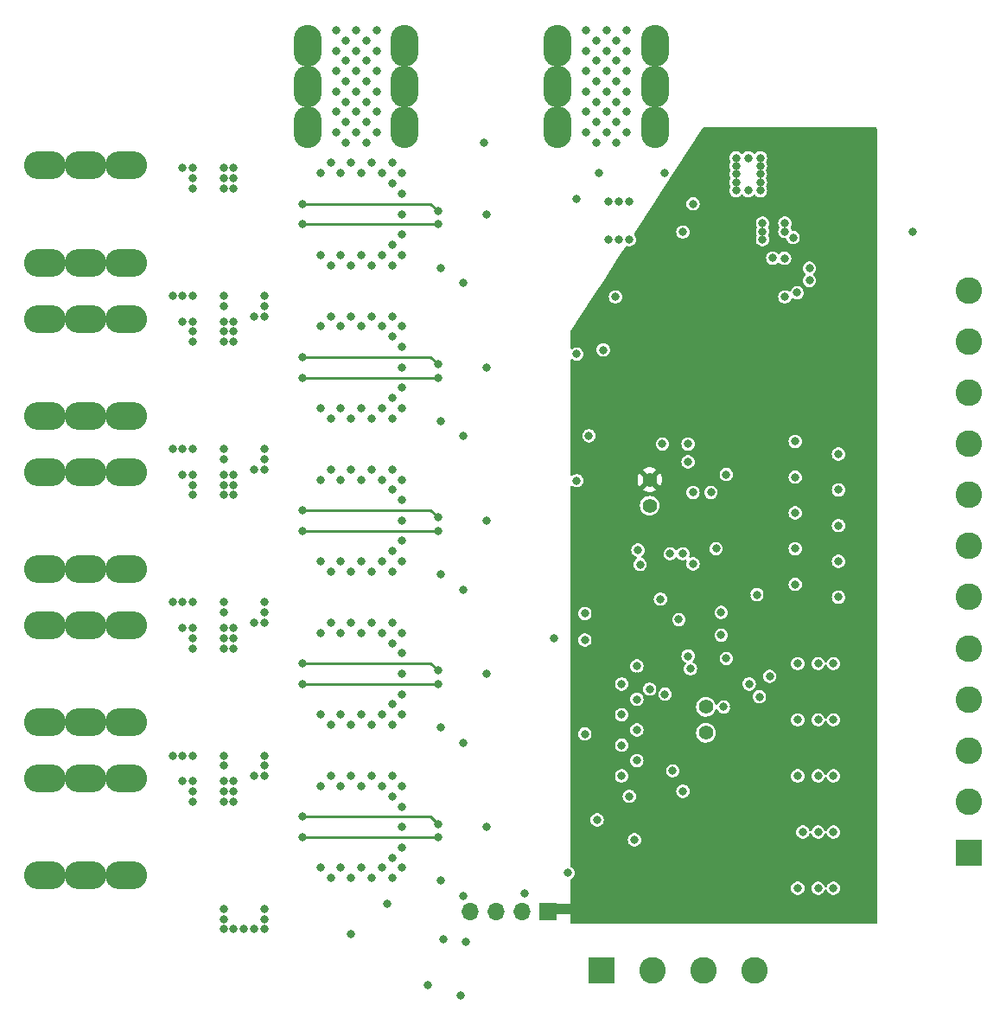
<source format=gbr>
%TF.GenerationSoftware,KiCad,Pcbnew,7.0.5-0*%
%TF.CreationDate,2023-07-18T00:38:14+02:00*%
%TF.ProjectId,buslight,6275736c-6967-4687-942e-6b696361645f,rev?*%
%TF.SameCoordinates,Original*%
%TF.FileFunction,Copper,L3,Inr*%
%TF.FilePolarity,Positive*%
%FSLAX46Y46*%
G04 Gerber Fmt 4.6, Leading zero omitted, Abs format (unit mm)*
G04 Created by KiCad (PCBNEW 7.0.5-0) date 2023-07-18 00:38:14*
%MOMM*%
%LPD*%
G01*
G04 APERTURE LIST*
%TA.AperFunction,ComponentPad*%
%ADD10R,2.600000X2.600000*%
%TD*%
%TA.AperFunction,ComponentPad*%
%ADD11C,2.600000*%
%TD*%
%TA.AperFunction,ComponentPad*%
%ADD12O,4.100000X2.700000*%
%TD*%
%TA.AperFunction,ComponentPad*%
%ADD13R,1.700000X1.700000*%
%TD*%
%TA.AperFunction,ComponentPad*%
%ADD14O,1.700000X1.700000*%
%TD*%
%TA.AperFunction,ComponentPad*%
%ADD15C,1.400000*%
%TD*%
%TA.AperFunction,ComponentPad*%
%ADD16O,2.700000X4.100000*%
%TD*%
%TA.AperFunction,ViaPad*%
%ADD17C,0.800000*%
%TD*%
%TA.AperFunction,Conductor*%
%ADD18C,0.250000*%
%TD*%
%TA.AperFunction,Conductor*%
%ADD19C,1.000000*%
%TD*%
G04 APERTURE END LIST*
D10*
%TO.N,+BATT*%
%TO.C,J9*%
X83000000Y-116500000D03*
D11*
%TO.N,GND*%
X88000000Y-116500000D03*
%TO.N,/Control/CAN_L*%
X93000000Y-116500000D03*
%TO.N,/Control/CAN_H*%
X98000000Y-116500000D03*
%TD*%
D12*
%TO.N,/Switch 5/OUT*%
%TO.C,J6*%
X28500000Y-107250000D03*
X32500000Y-107250000D03*
X36500000Y-107250000D03*
X28500000Y-97750000D03*
X32500000Y-97750000D03*
X36500000Y-97750000D03*
%TD*%
%TO.N,/Switch 4/OUT*%
%TO.C,J5*%
X28500000Y-92250000D03*
X32500000Y-92250000D03*
X36500000Y-92250000D03*
X28500000Y-82750000D03*
X32500000Y-82750000D03*
X36500000Y-82750000D03*
%TD*%
%TO.N,/Switch 1/OUT*%
%TO.C,J3*%
X28500000Y-47250000D03*
X32500000Y-47250000D03*
X36500000Y-47250000D03*
X28500000Y-37750000D03*
X32500000Y-37750000D03*
X36500000Y-37750000D03*
%TD*%
D13*
%TO.N,+3.3V*%
%TO.C,J10*%
X77800000Y-110750000D03*
D14*
%TO.N,/Control/SWCLK*%
X75260000Y-110750000D03*
%TO.N,/Control/SWDIO*%
X72720000Y-110750000D03*
%TO.N,GND*%
X70180000Y-110750000D03*
%TD*%
D15*
%TO.N,TX*%
%TO.C,TP2*%
X93250000Y-90750000D03*
%TO.N,RX*%
X93250000Y-93290000D03*
%TD*%
D10*
%TO.N,/IO Ports/SW_5_Conn*%
%TO.C,J1*%
X119000000Y-105000000D03*
D11*
%TO.N,/IO Ports/SW_4_Conn*%
X119000000Y-100000000D03*
%TO.N,/IO Ports/SW_3_Conn*%
X119000000Y-95000000D03*
%TO.N,/IO Ports/SW_2_Conn*%
X119000000Y-90000000D03*
%TO.N,/IO Ports/SW_1_Conn*%
X119000000Y-85000000D03*
%TO.N,/IO Ports/LED_5_Conn*%
X119000000Y-80000000D03*
%TO.N,/IO Ports/LED_4_Conn*%
X119000000Y-75000000D03*
%TO.N,/IO Ports/LED_3_Conn*%
X119000000Y-70000000D03*
%TO.N,/IO Ports/LED_2_Conn*%
X119000000Y-65000000D03*
%TO.N,/IO Ports/LED_1_Conn*%
X119000000Y-60000000D03*
%TO.N,GND*%
X119000000Y-55000000D03*
%TO.N,+BATT*%
X119000000Y-50000000D03*
%TD*%
D12*
%TO.N,/Switch 3/OUT*%
%TO.C,J4*%
X28500000Y-77250000D03*
X32500000Y-77250000D03*
X36500000Y-77250000D03*
X28500000Y-67750000D03*
X32500000Y-67750000D03*
X36500000Y-67750000D03*
%TD*%
D16*
%TO.N,GND*%
%TO.C,J8*%
X78750000Y-26000000D03*
X78750000Y-30000000D03*
X78750000Y-34000000D03*
X88250000Y-26000000D03*
X88250000Y-30000000D03*
X88250000Y-34000000D03*
%TD*%
D12*
%TO.N,/Switch 2/OUT*%
%TO.C,J2*%
X28500000Y-62250000D03*
X32500000Y-62250000D03*
X36500000Y-62250000D03*
X28500000Y-52750000D03*
X32500000Y-52750000D03*
X36500000Y-52750000D03*
%TD*%
D15*
%TO.N,+3.3V*%
%TO.C,TP3*%
X87750000Y-68500000D03*
%TO.N,/Control/BOOT0*%
X87750000Y-71040000D03*
%TD*%
D16*
%TO.N,+BATT*%
%TO.C,J7*%
X54250000Y-26000000D03*
X54250000Y-30000000D03*
X54250000Y-34000000D03*
X63750000Y-26000000D03*
X63750000Y-30000000D03*
X63750000Y-34000000D03*
%TD*%
D17*
%TO.N,GND*%
X91000000Y-44250000D03*
X89250000Y-38500000D03*
X92000000Y-41500000D03*
X85750000Y-41250000D03*
X83750000Y-41250000D03*
X84750000Y-41250000D03*
X85750000Y-45000000D03*
X83750000Y-45000000D03*
X84750000Y-45000000D03*
X85000000Y-94500000D03*
X102000000Y-78750000D03*
X46000000Y-51500000D03*
X105750000Y-92000000D03*
X49000000Y-52500000D03*
X46000000Y-40000000D03*
X46000000Y-54000000D03*
X69250000Y-119000000D03*
X42000000Y-98000000D03*
X46000000Y-68000000D03*
X43000000Y-53000000D03*
X104250000Y-97500000D03*
X84500000Y-35500000D03*
X71750000Y-72500000D03*
X41000000Y-80500000D03*
X94750000Y-81500000D03*
X86500000Y-93000000D03*
X47000000Y-68000000D03*
X50000000Y-82500000D03*
X43000000Y-80500000D03*
X42000000Y-38000000D03*
X46000000Y-110500000D03*
X42000000Y-95500000D03*
X46000000Y-96500000D03*
X67500000Y-113500000D03*
X43000000Y-38000000D03*
X46000000Y-66500000D03*
X46000000Y-80500000D03*
X43000000Y-70000000D03*
X84500000Y-31500000D03*
X71750000Y-42500000D03*
X105750000Y-97500000D03*
X47000000Y-84000000D03*
X83500000Y-34500000D03*
X46000000Y-112500000D03*
X84500000Y-27500000D03*
X50000000Y-52500000D03*
X47000000Y-70000000D03*
X84500000Y-29500000D03*
X81400000Y-81600000D03*
X43000000Y-54000000D03*
X95250000Y-68000000D03*
X43000000Y-69000000D03*
X81500000Y-28500000D03*
X85000000Y-88500000D03*
X89750000Y-75750000D03*
X50000000Y-81500000D03*
X47000000Y-100000000D03*
X42000000Y-80500000D03*
X42000000Y-68000000D03*
X43000000Y-99000000D03*
X71750000Y-87500000D03*
X49000000Y-97500000D03*
X50000000Y-67500000D03*
X86500000Y-90000000D03*
X95250000Y-86000000D03*
X47000000Y-83000000D03*
X102000000Y-64750000D03*
X46000000Y-65500000D03*
X92000000Y-76750000D03*
X50000000Y-111500000D03*
X85500000Y-30500000D03*
X46000000Y-83000000D03*
X101800000Y-44800000D03*
X91500000Y-66750000D03*
X83500000Y-30500000D03*
X46000000Y-55000000D03*
X81500000Y-34500000D03*
X102250000Y-97500000D03*
X92000000Y-69750000D03*
X99800000Y-46800000D03*
X80600000Y-56200000D03*
X50000000Y-96500000D03*
X89000000Y-65000000D03*
X105750000Y-86500000D03*
X82500000Y-31500000D03*
X82500000Y-29500000D03*
X88800000Y-80200000D03*
X85000000Y-91500000D03*
X62000000Y-110000000D03*
X67250000Y-62750000D03*
X47000000Y-40000000D03*
X46000000Y-81500000D03*
X49000000Y-67500000D03*
X50000000Y-112500000D03*
X67250000Y-92750000D03*
X42000000Y-50500000D03*
X106250000Y-66000000D03*
X47000000Y-39000000D03*
X41000000Y-95500000D03*
X42000000Y-83000000D03*
X46000000Y-111500000D03*
X85500000Y-24500000D03*
X78400000Y-84000000D03*
X84500000Y-33500000D03*
X86800000Y-76800000D03*
X101000000Y-43400000D03*
X43000000Y-84000000D03*
X102000000Y-75250000D03*
X41000000Y-65500000D03*
X50000000Y-51500000D03*
X101000000Y-50600000D03*
X105750000Y-103000000D03*
X43000000Y-83000000D03*
X50000000Y-80500000D03*
X85500000Y-32500000D03*
X90000000Y-97000000D03*
X50000000Y-97500000D03*
X106250000Y-69500000D03*
X67250000Y-77750000D03*
X83200000Y-55800000D03*
X102000000Y-71750000D03*
X43000000Y-68000000D03*
X91000000Y-99000000D03*
X102200000Y-50200000D03*
X102250000Y-86500000D03*
X46000000Y-50500000D03*
X69500000Y-49250000D03*
X69750000Y-113750000D03*
X80600000Y-68600000D03*
X43000000Y-85000000D03*
X106250000Y-73000000D03*
X46000000Y-100000000D03*
X85500000Y-34500000D03*
X66000000Y-118000000D03*
X82500000Y-25500000D03*
X42000000Y-53000000D03*
X85750000Y-99500000D03*
X49000000Y-112500000D03*
X82500000Y-27500000D03*
X47000000Y-54000000D03*
X43000000Y-98000000D03*
X91500000Y-65000000D03*
X43000000Y-50500000D03*
X43000000Y-65500000D03*
X50000000Y-110500000D03*
X81800000Y-64200000D03*
X81400000Y-84200000D03*
X103400000Y-49000000D03*
X50000000Y-50500000D03*
X47000000Y-112500000D03*
X71750000Y-102500000D03*
X58500000Y-113000000D03*
X104250000Y-86500000D03*
X42000000Y-65500000D03*
X86600000Y-75400000D03*
X47000000Y-38000000D03*
X46000000Y-98000000D03*
X46000000Y-38000000D03*
X85500000Y-26500000D03*
X103400000Y-47800000D03*
X47000000Y-85000000D03*
X104250000Y-103000000D03*
X113500000Y-44250000D03*
X81500000Y-26500000D03*
X101000000Y-44200000D03*
X46000000Y-70000000D03*
X50000000Y-95500000D03*
X50000000Y-65500000D03*
X102250000Y-92000000D03*
X81500000Y-24500000D03*
X46000000Y-53000000D03*
X80600000Y-41000000D03*
X84400000Y-50600000D03*
X81500000Y-30500000D03*
X43000000Y-95500000D03*
X106250000Y-80000000D03*
X43000000Y-100000000D03*
X69500000Y-94250000D03*
X102250000Y-108500000D03*
X82600000Y-101800000D03*
X46000000Y-39000000D03*
X43000000Y-55000000D03*
X48000000Y-112500000D03*
X47000000Y-53000000D03*
X43000000Y-40000000D03*
X69500000Y-79250000D03*
X47000000Y-55000000D03*
X67250000Y-47750000D03*
X50000000Y-66500000D03*
X46000000Y-95500000D03*
X105750000Y-108500000D03*
X86500000Y-86750000D03*
X82500000Y-35500000D03*
X79750000Y-107000000D03*
X102000000Y-68250000D03*
X86250000Y-103750000D03*
X47000000Y-98000000D03*
X83500000Y-24500000D03*
X67250000Y-107750000D03*
X95000000Y-90750000D03*
X86500000Y-96000000D03*
X46000000Y-69000000D03*
X85500000Y-28500000D03*
X47000000Y-99000000D03*
X75500000Y-109000000D03*
X82500000Y-33500000D03*
X84500000Y-25500000D03*
X46000000Y-85000000D03*
X81500000Y-32500000D03*
X93750000Y-69750000D03*
X69500000Y-64250000D03*
X104250000Y-92000000D03*
X98500000Y-89750000D03*
X46000000Y-99000000D03*
X85000000Y-97500000D03*
X69500000Y-109250000D03*
X41000000Y-50500000D03*
X83500000Y-32500000D03*
X102750000Y-103000000D03*
X43000000Y-39000000D03*
X83500000Y-28500000D03*
X98250000Y-79750000D03*
X90600000Y-82200000D03*
X47000000Y-69000000D03*
X83500000Y-26500000D03*
X71750000Y-57500000D03*
X81400000Y-93400000D03*
X106250000Y-76500000D03*
X94250000Y-75250000D03*
X49000000Y-82500000D03*
X46000000Y-84000000D03*
X104250000Y-108500000D03*
%TO.N,+BATT*%
X60000000Y-33500000D03*
X59500000Y-61500000D03*
X62500000Y-92500000D03*
X61000000Y-32500000D03*
X58500000Y-92500000D03*
X63500000Y-102500000D03*
X57500000Y-91500000D03*
X61000000Y-26500000D03*
X58500000Y-52500000D03*
X59000000Y-26500000D03*
X57500000Y-53500000D03*
X59000000Y-34500000D03*
X61500000Y-53500000D03*
X55500000Y-46500000D03*
X58500000Y-67500000D03*
X60500000Y-77500000D03*
X62500000Y-82500000D03*
X61500000Y-68500000D03*
X56500000Y-77500000D03*
X61000000Y-24500000D03*
X55500000Y-91500000D03*
X62500000Y-90500000D03*
X61500000Y-106500000D03*
X55500000Y-38500000D03*
X63500000Y-83500000D03*
X59500000Y-83500000D03*
X58500000Y-37500000D03*
X57000000Y-30500000D03*
X63500000Y-98500000D03*
X59500000Y-38500000D03*
X63500000Y-38500000D03*
X55500000Y-61500000D03*
X57500000Y-68500000D03*
X63500000Y-42500000D03*
X63500000Y-55500000D03*
X62500000Y-84500000D03*
X63500000Y-106500000D03*
X57000000Y-26500000D03*
X59500000Y-46500000D03*
X62500000Y-77500000D03*
X61500000Y-98500000D03*
X63500000Y-59500000D03*
X59000000Y-28500000D03*
X61500000Y-83500000D03*
X59000000Y-30500000D03*
X62500000Y-39500000D03*
X58000000Y-29500000D03*
X60000000Y-25500000D03*
X60500000Y-107500000D03*
X60500000Y-62500000D03*
X61500000Y-61500000D03*
X59500000Y-68500000D03*
X56500000Y-47500000D03*
X62500000Y-67500000D03*
X63500000Y-68500000D03*
X57500000Y-61500000D03*
X62500000Y-97500000D03*
X62500000Y-105500000D03*
X63500000Y-85500000D03*
X57500000Y-98500000D03*
X61000000Y-30500000D03*
X63500000Y-57500000D03*
X61500000Y-91500000D03*
X63500000Y-89500000D03*
X62500000Y-52500000D03*
X56500000Y-92500000D03*
X62500000Y-37500000D03*
X57000000Y-34500000D03*
X58500000Y-62500000D03*
X59500000Y-106500000D03*
X63500000Y-53500000D03*
X56500000Y-52500000D03*
X56500000Y-62500000D03*
X55500000Y-98500000D03*
X59000000Y-24500000D03*
X60500000Y-47500000D03*
X63500000Y-76500000D03*
X63500000Y-87500000D03*
X55500000Y-76500000D03*
X63500000Y-40500000D03*
X63500000Y-100500000D03*
X57500000Y-46500000D03*
X57500000Y-106500000D03*
X59000000Y-32500000D03*
X63500000Y-74500000D03*
X63500000Y-70500000D03*
X61000000Y-34500000D03*
X57000000Y-32500000D03*
X60000000Y-35500000D03*
X62500000Y-75500000D03*
X62500000Y-99500000D03*
X60000000Y-27500000D03*
X61500000Y-46500000D03*
X55500000Y-68500000D03*
X58500000Y-77500000D03*
X62500000Y-60500000D03*
X58500000Y-107500000D03*
X62500000Y-69500000D03*
X57500000Y-83500000D03*
X57500000Y-38500000D03*
X62500000Y-62500000D03*
X63500000Y-44500000D03*
X58500000Y-47500000D03*
X58000000Y-25500000D03*
X59500000Y-53500000D03*
X63500000Y-72500000D03*
X62500000Y-47500000D03*
X60500000Y-52500000D03*
X57500000Y-76500000D03*
X60000000Y-31500000D03*
X55500000Y-53500000D03*
X58000000Y-31500000D03*
X56500000Y-82500000D03*
X58000000Y-35500000D03*
X60500000Y-97500000D03*
X58000000Y-27500000D03*
X63500000Y-61500000D03*
X63500000Y-104500000D03*
X59500000Y-76500000D03*
X62500000Y-107500000D03*
X57000000Y-28500000D03*
X58000000Y-33500000D03*
X60500000Y-67500000D03*
X60500000Y-82500000D03*
X71500000Y-35500000D03*
X59500000Y-91500000D03*
X62500000Y-45500000D03*
X55500000Y-83500000D03*
X62500000Y-54500000D03*
X61500000Y-38500000D03*
X59500000Y-98500000D03*
X58500000Y-97500000D03*
X60500000Y-92500000D03*
X60500000Y-37500000D03*
X61000000Y-28500000D03*
X61500000Y-76500000D03*
X58500000Y-82500000D03*
X56500000Y-107500000D03*
X57000000Y-24500000D03*
X55500000Y-106500000D03*
X56500000Y-67500000D03*
X63500000Y-91500000D03*
X63500000Y-46500000D03*
X60000000Y-29500000D03*
X82750000Y-38500000D03*
X56500000Y-37500000D03*
X56500000Y-97500000D03*
%TO.N,/Switch 1/IN_Inverted*%
X67000000Y-42200000D03*
X53750000Y-41500000D03*
%TO.N,/Switch 2/IN_Inverted*%
X67000000Y-57200000D03*
X53750000Y-56500000D03*
%TO.N,/Switch 3/IN_Inverted*%
X67000000Y-72200000D03*
X53750000Y-71500000D03*
%TO.N,/Switch 4/IN_Inverted*%
X53750000Y-86500000D03*
X67000000Y-87200000D03*
%TO.N,/Switch 5/IN_Inverted*%
X53750000Y-101500000D03*
X67000000Y-102200000D03*
%TO.N,+3.3V*%
X96000000Y-90750000D03*
X88000000Y-75000000D03*
X103000000Y-43200000D03*
X97750000Y-60750000D03*
X85750000Y-101500000D03*
X103000000Y-45600000D03*
X97250000Y-79750000D03*
X104600000Y-45600000D03*
X103000000Y-46400000D03*
X103400000Y-44800000D03*
X103000000Y-44000000D03*
X104600000Y-46400000D03*
X104200000Y-44800000D03*
X86500000Y-87750000D03*
X104600000Y-43200000D03*
%TO.N,Sense_1*%
X67000000Y-43500000D03*
X53750000Y-43500000D03*
%TO.N,Sense_2*%
X53750000Y-58500000D03*
X67000000Y-58500000D03*
%TO.N,Sense_3*%
X53750000Y-73500000D03*
X67000000Y-73500000D03*
%TO.N,Sense_4*%
X67000000Y-88500000D03*
X53750000Y-88500000D03*
%TO.N,Sense_5*%
X53750000Y-103500000D03*
X67000000Y-103500000D03*
%TO.N,/Power supply/SW_3.3*%
X97400000Y-40200000D03*
X98800000Y-44200000D03*
X98600000Y-40200000D03*
X98800000Y-43400000D03*
X98600000Y-38600000D03*
X96200000Y-37000000D03*
X96200000Y-38600000D03*
X98600000Y-39400000D03*
X97400000Y-37000000D03*
X100960685Y-46834400D03*
X98800000Y-45000000D03*
X96200000Y-39400000D03*
X96200000Y-37800000D03*
X98600000Y-37000000D03*
X98600000Y-37800000D03*
X96200000Y-40200000D03*
%TO.N,/Control/CAN_RX*%
X87750000Y-89000000D03*
X91512299Y-85762299D03*
%TO.N,/Control/CAN_Rs*%
X89250000Y-89500000D03*
X91750000Y-87000000D03*
%TO.N,/Control/SWDIO*%
X97500000Y-88500000D03*
%TO.N,/Control/SWCLK*%
X99500000Y-87750000D03*
%TO.N,/Control/BOOT0*%
X94750000Y-83724500D03*
X91000000Y-75750000D03*
%TD*%
D18*
%TO.N,/Switch 1/IN_Inverted*%
X53750000Y-41500000D02*
X66300000Y-41500000D01*
X66300000Y-41500000D02*
X67000000Y-42200000D01*
%TO.N,/Switch 2/IN_Inverted*%
X53750000Y-56500000D02*
X66300000Y-56500000D01*
X66300000Y-56500000D02*
X67000000Y-57200000D01*
%TO.N,/Switch 3/IN_Inverted*%
X53750000Y-71500000D02*
X66300000Y-71500000D01*
X66300000Y-71500000D02*
X67000000Y-72200000D01*
%TO.N,/Switch 4/IN_Inverted*%
X66300000Y-86500000D02*
X67000000Y-87200000D01*
X53750000Y-86500000D02*
X66300000Y-86500000D01*
%TO.N,/Switch 5/IN_Inverted*%
X66300000Y-101500000D02*
X67000000Y-102200000D01*
X53750000Y-101500000D02*
X66300000Y-101500000D01*
D19*
%TO.N,+3.3V*%
X77800000Y-110500000D02*
X80250000Y-110500000D01*
D18*
%TO.N,Sense_1*%
X53750000Y-43500000D02*
X67000000Y-43500000D01*
%TO.N,Sense_2*%
X53750000Y-58500000D02*
X67000000Y-58500000D01*
%TO.N,Sense_3*%
X53750000Y-73500000D02*
X67000000Y-73500000D01*
%TO.N,Sense_4*%
X53750000Y-88500000D02*
X67000000Y-88500000D01*
%TO.N,Sense_5*%
X53750000Y-103500000D02*
X67000000Y-103500000D01*
%TD*%
%TA.AperFunction,Conductor*%
%TO.N,+3.3V*%
G36*
X109943039Y-34019685D02*
G01*
X109988794Y-34072489D01*
X110000000Y-34124000D01*
X110000000Y-111876000D01*
X109980315Y-111943039D01*
X109927511Y-111988794D01*
X109876000Y-112000000D01*
X80124000Y-112000000D01*
X80056961Y-111980315D01*
X80011206Y-111927511D01*
X80000000Y-111876000D01*
X80000000Y-108500000D01*
X101594722Y-108500000D01*
X101613762Y-108656818D01*
X101669780Y-108804523D01*
X101759517Y-108934530D01*
X101877760Y-109039283D01*
X101877762Y-109039284D01*
X102017634Y-109112696D01*
X102171014Y-109150500D01*
X102171015Y-109150500D01*
X102328985Y-109150500D01*
X102482365Y-109112696D01*
X102482364Y-109112695D01*
X102622240Y-109039283D01*
X102740483Y-108934530D01*
X102830220Y-108804523D01*
X102886237Y-108656818D01*
X102905278Y-108500000D01*
X103594722Y-108500000D01*
X103613762Y-108656818D01*
X103669780Y-108804522D01*
X103669780Y-108804523D01*
X103759517Y-108934530D01*
X103877760Y-109039283D01*
X103877762Y-109039284D01*
X104017634Y-109112696D01*
X104171014Y-109150500D01*
X104171015Y-109150500D01*
X104328985Y-109150500D01*
X104482365Y-109112696D01*
X104482364Y-109112695D01*
X104622240Y-109039283D01*
X104740483Y-108934530D01*
X104830220Y-108804523D01*
X104884057Y-108662564D01*
X104926236Y-108606861D01*
X104991834Y-108582804D01*
X105060024Y-108598031D01*
X105109157Y-108647707D01*
X105115942Y-108662564D01*
X105169780Y-108804523D01*
X105259517Y-108934530D01*
X105377760Y-109039283D01*
X105377762Y-109039284D01*
X105517634Y-109112696D01*
X105671014Y-109150500D01*
X105671015Y-109150500D01*
X105828985Y-109150500D01*
X105982365Y-109112696D01*
X106122240Y-109039283D01*
X106240483Y-108934530D01*
X106330220Y-108804523D01*
X106386237Y-108656818D01*
X106405278Y-108500000D01*
X106386237Y-108343182D01*
X106330220Y-108195477D01*
X106240483Y-108065470D01*
X106122240Y-107960717D01*
X106122238Y-107960716D01*
X106122237Y-107960715D01*
X105982365Y-107887303D01*
X105828986Y-107849500D01*
X105828985Y-107849500D01*
X105671015Y-107849500D01*
X105671014Y-107849500D01*
X105517634Y-107887303D01*
X105377762Y-107960715D01*
X105259516Y-108065471D01*
X105169781Y-108195474D01*
X105115942Y-108337436D01*
X105073764Y-108393138D01*
X105008166Y-108417195D01*
X104939976Y-108401968D01*
X104890843Y-108352292D01*
X104884058Y-108337436D01*
X104875375Y-108314542D01*
X104830220Y-108195477D01*
X104740483Y-108065470D01*
X104622240Y-107960717D01*
X104622238Y-107960716D01*
X104622237Y-107960715D01*
X104482365Y-107887303D01*
X104328986Y-107849500D01*
X104328985Y-107849500D01*
X104171015Y-107849500D01*
X104171014Y-107849500D01*
X104017634Y-107887303D01*
X103877762Y-107960715D01*
X103759516Y-108065471D01*
X103669781Y-108195475D01*
X103669780Y-108195476D01*
X103613762Y-108343181D01*
X103594722Y-108499999D01*
X103594722Y-108500000D01*
X102905278Y-108500000D01*
X102886237Y-108343182D01*
X102830220Y-108195477D01*
X102740483Y-108065470D01*
X102622240Y-107960717D01*
X102622238Y-107960716D01*
X102622237Y-107960715D01*
X102482365Y-107887303D01*
X102328986Y-107849500D01*
X102328985Y-107849500D01*
X102171015Y-107849500D01*
X102171014Y-107849500D01*
X102017634Y-107887303D01*
X101877762Y-107960715D01*
X101759516Y-108065471D01*
X101669781Y-108195475D01*
X101669780Y-108195476D01*
X101613762Y-108343181D01*
X101594722Y-108499999D01*
X101594722Y-108500000D01*
X80000000Y-108500000D01*
X80000000Y-107678400D01*
X80019685Y-107611361D01*
X80066373Y-107568604D01*
X80122240Y-107539283D01*
X80240483Y-107434530D01*
X80330220Y-107304523D01*
X80386237Y-107156818D01*
X80405278Y-107000000D01*
X80386237Y-106843182D01*
X80330220Y-106695477D01*
X80240483Y-106565470D01*
X80122240Y-106460717D01*
X80089188Y-106443370D01*
X80066373Y-106431395D01*
X80016161Y-106382809D01*
X80000000Y-106321599D01*
X80000000Y-103750000D01*
X85594722Y-103750000D01*
X85613762Y-103906818D01*
X85669780Y-104054523D01*
X85759517Y-104184530D01*
X85877760Y-104289283D01*
X85877762Y-104289284D01*
X86017634Y-104362696D01*
X86171014Y-104400500D01*
X86171015Y-104400500D01*
X86328985Y-104400500D01*
X86482365Y-104362696D01*
X86482364Y-104362695D01*
X86622240Y-104289283D01*
X86740483Y-104184530D01*
X86830220Y-104054523D01*
X86886237Y-103906818D01*
X86905278Y-103750000D01*
X86888607Y-103612696D01*
X86886237Y-103593181D01*
X86864992Y-103537163D01*
X86830220Y-103445477D01*
X86740483Y-103315470D01*
X86622240Y-103210717D01*
X86622238Y-103210716D01*
X86622237Y-103210715D01*
X86482365Y-103137303D01*
X86328986Y-103099500D01*
X86328985Y-103099500D01*
X86171015Y-103099500D01*
X86171014Y-103099500D01*
X86017634Y-103137303D01*
X85877762Y-103210715D01*
X85759516Y-103315471D01*
X85669781Y-103445475D01*
X85669780Y-103445476D01*
X85613762Y-103593181D01*
X85594722Y-103749999D01*
X85594722Y-103750000D01*
X80000000Y-103750000D01*
X80000000Y-103000000D01*
X102094722Y-103000000D01*
X102113762Y-103156818D01*
X102134203Y-103210715D01*
X102169780Y-103304523D01*
X102259517Y-103434530D01*
X102377760Y-103539283D01*
X102377762Y-103539284D01*
X102517634Y-103612696D01*
X102671014Y-103650500D01*
X102671015Y-103650500D01*
X102828985Y-103650500D01*
X102982365Y-103612696D01*
X103019547Y-103593181D01*
X103122240Y-103539283D01*
X103240483Y-103434530D01*
X103330220Y-103304523D01*
X103384057Y-103162564D01*
X103426236Y-103106861D01*
X103491834Y-103082804D01*
X103560024Y-103098031D01*
X103609157Y-103147707D01*
X103615942Y-103162564D01*
X103669780Y-103304523D01*
X103759517Y-103434530D01*
X103877760Y-103539283D01*
X103877762Y-103539284D01*
X104017634Y-103612696D01*
X104171014Y-103650500D01*
X104171015Y-103650500D01*
X104328985Y-103650500D01*
X104482365Y-103612696D01*
X104519547Y-103593181D01*
X104622240Y-103539283D01*
X104740483Y-103434530D01*
X104830220Y-103304523D01*
X104884057Y-103162564D01*
X104926236Y-103106861D01*
X104991834Y-103082804D01*
X105060024Y-103098031D01*
X105109157Y-103147707D01*
X105115942Y-103162564D01*
X105169780Y-103304523D01*
X105259517Y-103434530D01*
X105377760Y-103539283D01*
X105377762Y-103539284D01*
X105517634Y-103612696D01*
X105671014Y-103650500D01*
X105671015Y-103650500D01*
X105828985Y-103650500D01*
X105982365Y-103612696D01*
X106019547Y-103593181D01*
X106122240Y-103539283D01*
X106240483Y-103434530D01*
X106330220Y-103304523D01*
X106386237Y-103156818D01*
X106405278Y-103000000D01*
X106386237Y-102843182D01*
X106330220Y-102695477D01*
X106240483Y-102565470D01*
X106122240Y-102460717D01*
X106122238Y-102460716D01*
X106122237Y-102460715D01*
X105982365Y-102387303D01*
X105828986Y-102349500D01*
X105828985Y-102349500D01*
X105671015Y-102349500D01*
X105671014Y-102349500D01*
X105517634Y-102387303D01*
X105377762Y-102460715D01*
X105259516Y-102565471D01*
X105169781Y-102695474D01*
X105115942Y-102837436D01*
X105073764Y-102893138D01*
X105008166Y-102917195D01*
X104939976Y-102901968D01*
X104890843Y-102852292D01*
X104884058Y-102837436D01*
X104875375Y-102814542D01*
X104830220Y-102695477D01*
X104740483Y-102565470D01*
X104622240Y-102460717D01*
X104622238Y-102460716D01*
X104622237Y-102460715D01*
X104482365Y-102387303D01*
X104328986Y-102349500D01*
X104328985Y-102349500D01*
X104171015Y-102349500D01*
X104171014Y-102349500D01*
X104017634Y-102387303D01*
X103877762Y-102460715D01*
X103759516Y-102565471D01*
X103669781Y-102695474D01*
X103615942Y-102837436D01*
X103573764Y-102893138D01*
X103508166Y-102917195D01*
X103439976Y-102901968D01*
X103390843Y-102852292D01*
X103384058Y-102837436D01*
X103375375Y-102814542D01*
X103330220Y-102695477D01*
X103240483Y-102565470D01*
X103122240Y-102460717D01*
X103122238Y-102460716D01*
X103122237Y-102460715D01*
X102982365Y-102387303D01*
X102828986Y-102349500D01*
X102828985Y-102349500D01*
X102671015Y-102349500D01*
X102671014Y-102349500D01*
X102517634Y-102387303D01*
X102377762Y-102460715D01*
X102259516Y-102565471D01*
X102169781Y-102695475D01*
X102169780Y-102695476D01*
X102113762Y-102843181D01*
X102094722Y-102999999D01*
X102094722Y-103000000D01*
X80000000Y-103000000D01*
X80000000Y-101800000D01*
X81944722Y-101800000D01*
X81963762Y-101956818D01*
X82019780Y-102104523D01*
X82109517Y-102234530D01*
X82227760Y-102339283D01*
X82227762Y-102339284D01*
X82367634Y-102412696D01*
X82521014Y-102450500D01*
X82521015Y-102450500D01*
X82678985Y-102450500D01*
X82832365Y-102412696D01*
X82832364Y-102412695D01*
X82972240Y-102339283D01*
X83090483Y-102234530D01*
X83180220Y-102104523D01*
X83236237Y-101956818D01*
X83255278Y-101800000D01*
X83236237Y-101643182D01*
X83180220Y-101495477D01*
X83090483Y-101365470D01*
X82972240Y-101260717D01*
X82972238Y-101260716D01*
X82972237Y-101260715D01*
X82832365Y-101187303D01*
X82678986Y-101149500D01*
X82678985Y-101149500D01*
X82521015Y-101149500D01*
X82521014Y-101149500D01*
X82367634Y-101187303D01*
X82227762Y-101260715D01*
X82109516Y-101365471D01*
X82019781Y-101495475D01*
X82019780Y-101495476D01*
X81963762Y-101643181D01*
X81944722Y-101799999D01*
X81944722Y-101800000D01*
X80000000Y-101800000D01*
X80000000Y-99500000D01*
X85094722Y-99500000D01*
X85113762Y-99656818D01*
X85169779Y-99804522D01*
X85169780Y-99804523D01*
X85259517Y-99934530D01*
X85377760Y-100039283D01*
X85377762Y-100039284D01*
X85517634Y-100112696D01*
X85671014Y-100150500D01*
X85671015Y-100150500D01*
X85828985Y-100150500D01*
X85982365Y-100112696D01*
X86122240Y-100039283D01*
X86240483Y-99934530D01*
X86330220Y-99804523D01*
X86386237Y-99656818D01*
X86405278Y-99500000D01*
X86386237Y-99343182D01*
X86330220Y-99195477D01*
X86240483Y-99065470D01*
X86166582Y-99000000D01*
X90344722Y-99000000D01*
X90363762Y-99156818D01*
X90378424Y-99195477D01*
X90419780Y-99304523D01*
X90509517Y-99434530D01*
X90627760Y-99539283D01*
X90627762Y-99539284D01*
X90767634Y-99612696D01*
X90921014Y-99650500D01*
X90921015Y-99650500D01*
X91078985Y-99650500D01*
X91232365Y-99612696D01*
X91232364Y-99612695D01*
X91372240Y-99539283D01*
X91490483Y-99434530D01*
X91580220Y-99304523D01*
X91636237Y-99156818D01*
X91655278Y-99000000D01*
X91636237Y-98843182D01*
X91580220Y-98695477D01*
X91490483Y-98565470D01*
X91372240Y-98460717D01*
X91372238Y-98460716D01*
X91372237Y-98460715D01*
X91232365Y-98387303D01*
X91078986Y-98349500D01*
X91078985Y-98349500D01*
X90921015Y-98349500D01*
X90921014Y-98349500D01*
X90767634Y-98387303D01*
X90627762Y-98460715D01*
X90509516Y-98565471D01*
X90419781Y-98695475D01*
X90419780Y-98695476D01*
X90363762Y-98843181D01*
X90344722Y-98999999D01*
X90344722Y-99000000D01*
X86166582Y-99000000D01*
X86122240Y-98960717D01*
X86122238Y-98960716D01*
X86122237Y-98960715D01*
X85982365Y-98887303D01*
X85828986Y-98849500D01*
X85828985Y-98849500D01*
X85671015Y-98849500D01*
X85671014Y-98849500D01*
X85517634Y-98887303D01*
X85377762Y-98960715D01*
X85259516Y-99065471D01*
X85169781Y-99195475D01*
X85169780Y-99195476D01*
X85113762Y-99343181D01*
X85094722Y-99499999D01*
X85094722Y-99500000D01*
X80000000Y-99500000D01*
X80000000Y-97500000D01*
X84344722Y-97500000D01*
X84363762Y-97656818D01*
X84419780Y-97804522D01*
X84419780Y-97804523D01*
X84509517Y-97934530D01*
X84627760Y-98039283D01*
X84627762Y-98039284D01*
X84767634Y-98112696D01*
X84921014Y-98150500D01*
X84921015Y-98150500D01*
X85078985Y-98150500D01*
X85232365Y-98112696D01*
X85232364Y-98112696D01*
X85372240Y-98039283D01*
X85490483Y-97934530D01*
X85580220Y-97804523D01*
X85636237Y-97656818D01*
X85655278Y-97500000D01*
X85636237Y-97343182D01*
X85580220Y-97195477D01*
X85490483Y-97065470D01*
X85416582Y-97000000D01*
X89344722Y-97000000D01*
X89363762Y-97156818D01*
X89378424Y-97195477D01*
X89419780Y-97304523D01*
X89509517Y-97434530D01*
X89627760Y-97539283D01*
X89627762Y-97539284D01*
X89767634Y-97612696D01*
X89921014Y-97650500D01*
X89921015Y-97650500D01*
X90078985Y-97650500D01*
X90232365Y-97612696D01*
X90232364Y-97612695D01*
X90372240Y-97539283D01*
X90416582Y-97500000D01*
X101594722Y-97500000D01*
X101613762Y-97656818D01*
X101669780Y-97804522D01*
X101669780Y-97804523D01*
X101759517Y-97934530D01*
X101877760Y-98039283D01*
X101877762Y-98039284D01*
X102017634Y-98112696D01*
X102171014Y-98150500D01*
X102171015Y-98150500D01*
X102328985Y-98150500D01*
X102482365Y-98112696D01*
X102482364Y-98112695D01*
X102622240Y-98039283D01*
X102740483Y-97934530D01*
X102830220Y-97804523D01*
X102886237Y-97656818D01*
X102905278Y-97500000D01*
X103594722Y-97500000D01*
X103613762Y-97656818D01*
X103669780Y-97804523D01*
X103759517Y-97934530D01*
X103877760Y-98039283D01*
X103877762Y-98039284D01*
X104017634Y-98112696D01*
X104171014Y-98150500D01*
X104171015Y-98150500D01*
X104328985Y-98150500D01*
X104482365Y-98112696D01*
X104482364Y-98112695D01*
X104622240Y-98039283D01*
X104740483Y-97934530D01*
X104830220Y-97804523D01*
X104884057Y-97662564D01*
X104926236Y-97606861D01*
X104991834Y-97582804D01*
X105060024Y-97598031D01*
X105109157Y-97647707D01*
X105115942Y-97662564D01*
X105169780Y-97804523D01*
X105259517Y-97934530D01*
X105377760Y-98039283D01*
X105377762Y-98039284D01*
X105517634Y-98112696D01*
X105671014Y-98150500D01*
X105671015Y-98150500D01*
X105828985Y-98150500D01*
X105982365Y-98112696D01*
X106122240Y-98039283D01*
X106240483Y-97934530D01*
X106330220Y-97804523D01*
X106386237Y-97656818D01*
X106405278Y-97500000D01*
X106386237Y-97343182D01*
X106330220Y-97195477D01*
X106240483Y-97065470D01*
X106122240Y-96960717D01*
X106122238Y-96960716D01*
X106122237Y-96960715D01*
X105982365Y-96887303D01*
X105828986Y-96849500D01*
X105828985Y-96849500D01*
X105671015Y-96849500D01*
X105671014Y-96849500D01*
X105517634Y-96887303D01*
X105377762Y-96960715D01*
X105259516Y-97065471D01*
X105169781Y-97195474D01*
X105115942Y-97337436D01*
X105073764Y-97393138D01*
X105008166Y-97417195D01*
X104939976Y-97401968D01*
X104890843Y-97352292D01*
X104884058Y-97337436D01*
X104871576Y-97304523D01*
X104830220Y-97195477D01*
X104740483Y-97065470D01*
X104622240Y-96960717D01*
X104622238Y-96960716D01*
X104622237Y-96960715D01*
X104482365Y-96887303D01*
X104328986Y-96849500D01*
X104328985Y-96849500D01*
X104171015Y-96849500D01*
X104171014Y-96849500D01*
X104017634Y-96887303D01*
X103877762Y-96960715D01*
X103759516Y-97065471D01*
X103669781Y-97195475D01*
X103669780Y-97195476D01*
X103613762Y-97343181D01*
X103594722Y-97499999D01*
X103594722Y-97500000D01*
X102905278Y-97500000D01*
X102886237Y-97343182D01*
X102830220Y-97195477D01*
X102740483Y-97065470D01*
X102622240Y-96960717D01*
X102622238Y-96960716D01*
X102622237Y-96960715D01*
X102482365Y-96887303D01*
X102328986Y-96849500D01*
X102328985Y-96849500D01*
X102171015Y-96849500D01*
X102171014Y-96849500D01*
X102017634Y-96887303D01*
X101877762Y-96960715D01*
X101759516Y-97065471D01*
X101669781Y-97195475D01*
X101669780Y-97195476D01*
X101613762Y-97343181D01*
X101594722Y-97499999D01*
X101594722Y-97500000D01*
X90416582Y-97500000D01*
X90490483Y-97434530D01*
X90580220Y-97304523D01*
X90636237Y-97156818D01*
X90655278Y-97000000D01*
X90636237Y-96843182D01*
X90580220Y-96695477D01*
X90490483Y-96565470D01*
X90372240Y-96460717D01*
X90372238Y-96460716D01*
X90372237Y-96460715D01*
X90232365Y-96387303D01*
X90078986Y-96349500D01*
X90078985Y-96349500D01*
X89921015Y-96349500D01*
X89921014Y-96349500D01*
X89767634Y-96387303D01*
X89627762Y-96460715D01*
X89509516Y-96565471D01*
X89419781Y-96695475D01*
X89419780Y-96695476D01*
X89363762Y-96843181D01*
X89344722Y-96999999D01*
X89344722Y-97000000D01*
X85416582Y-97000000D01*
X85372240Y-96960717D01*
X85372238Y-96960716D01*
X85372237Y-96960715D01*
X85232365Y-96887303D01*
X85078986Y-96849500D01*
X85078985Y-96849500D01*
X84921015Y-96849500D01*
X84921014Y-96849500D01*
X84767634Y-96887303D01*
X84627762Y-96960715D01*
X84509516Y-97065471D01*
X84419781Y-97195475D01*
X84419780Y-97195476D01*
X84363762Y-97343181D01*
X84344722Y-97499999D01*
X84344722Y-97500000D01*
X80000000Y-97500000D01*
X80000000Y-96000000D01*
X85844722Y-96000000D01*
X85863762Y-96156818D01*
X85919780Y-96304523D01*
X86009517Y-96434530D01*
X86127760Y-96539283D01*
X86127762Y-96539284D01*
X86267634Y-96612696D01*
X86421014Y-96650500D01*
X86421015Y-96650500D01*
X86578985Y-96650500D01*
X86732365Y-96612696D01*
X86732365Y-96612695D01*
X86872240Y-96539283D01*
X86990483Y-96434530D01*
X87080220Y-96304523D01*
X87136237Y-96156818D01*
X87155278Y-96000000D01*
X87136237Y-95843182D01*
X87080220Y-95695477D01*
X86990483Y-95565470D01*
X86872240Y-95460717D01*
X86872238Y-95460716D01*
X86872237Y-95460715D01*
X86732365Y-95387303D01*
X86578986Y-95349500D01*
X86578985Y-95349500D01*
X86421015Y-95349500D01*
X86421014Y-95349500D01*
X86267634Y-95387303D01*
X86127762Y-95460715D01*
X86009516Y-95565471D01*
X85919781Y-95695475D01*
X85919780Y-95695476D01*
X85863762Y-95843181D01*
X85844722Y-95999999D01*
X85844722Y-96000000D01*
X80000000Y-96000000D01*
X80000000Y-94500000D01*
X84344722Y-94500000D01*
X84363762Y-94656818D01*
X84419780Y-94804523D01*
X84509517Y-94934530D01*
X84627760Y-95039283D01*
X84627762Y-95039284D01*
X84767634Y-95112696D01*
X84921014Y-95150500D01*
X84921015Y-95150500D01*
X85078985Y-95150500D01*
X85232365Y-95112696D01*
X85232364Y-95112696D01*
X85372240Y-95039283D01*
X85490483Y-94934530D01*
X85580220Y-94804523D01*
X85636237Y-94656818D01*
X85655278Y-94500000D01*
X85636237Y-94343182D01*
X85580220Y-94195477D01*
X85490483Y-94065470D01*
X85372240Y-93960717D01*
X85372238Y-93960716D01*
X85372237Y-93960715D01*
X85232365Y-93887303D01*
X85078986Y-93849500D01*
X85078985Y-93849500D01*
X84921015Y-93849500D01*
X84921014Y-93849500D01*
X84767634Y-93887303D01*
X84627762Y-93960715D01*
X84509516Y-94065471D01*
X84419781Y-94195475D01*
X84419780Y-94195476D01*
X84363762Y-94343181D01*
X84344722Y-94499999D01*
X84344722Y-94500000D01*
X80000000Y-94500000D01*
X80000000Y-93400000D01*
X80744722Y-93400000D01*
X80763762Y-93556818D01*
X80819780Y-93704523D01*
X80909517Y-93834530D01*
X81027760Y-93939283D01*
X81027762Y-93939284D01*
X81167634Y-94012696D01*
X81321014Y-94050500D01*
X81321015Y-94050500D01*
X81478985Y-94050500D01*
X81632365Y-94012696D01*
X81632364Y-94012695D01*
X81772240Y-93939283D01*
X81890483Y-93834530D01*
X81980220Y-93704523D01*
X82036237Y-93556818D01*
X82055278Y-93400000D01*
X82036237Y-93243182D01*
X81980220Y-93095477D01*
X81914317Y-93000000D01*
X85844722Y-93000000D01*
X85863762Y-93156818D01*
X85896516Y-93243181D01*
X85919780Y-93304523D01*
X86009517Y-93434530D01*
X86127760Y-93539283D01*
X86127762Y-93539284D01*
X86267634Y-93612696D01*
X86421014Y-93650500D01*
X86421015Y-93650500D01*
X86578985Y-93650500D01*
X86732365Y-93612696D01*
X86732365Y-93612695D01*
X86872240Y-93539283D01*
X86990483Y-93434530D01*
X87080220Y-93304523D01*
X87085728Y-93290000D01*
X92294901Y-93290000D01*
X92313252Y-93476331D01*
X92313253Y-93476333D01*
X92367604Y-93655502D01*
X92455862Y-93820623D01*
X92455864Y-93820626D01*
X92574642Y-93965357D01*
X92719373Y-94084135D01*
X92719376Y-94084137D01*
X92884497Y-94172395D01*
X92884499Y-94172396D01*
X93063666Y-94226746D01*
X93063668Y-94226747D01*
X93080374Y-94228392D01*
X93250000Y-94245099D01*
X93436331Y-94226747D01*
X93615501Y-94172396D01*
X93780625Y-94084136D01*
X93925357Y-93965357D01*
X94044136Y-93820625D01*
X94132396Y-93655501D01*
X94186747Y-93476331D01*
X94205099Y-93290000D01*
X94186747Y-93103669D01*
X94132396Y-92924499D01*
X94098303Y-92860715D01*
X94044137Y-92759376D01*
X94044135Y-92759373D01*
X93925357Y-92614642D01*
X93780626Y-92495864D01*
X93780623Y-92495862D01*
X93615502Y-92407604D01*
X93436333Y-92353253D01*
X93436331Y-92353252D01*
X93250000Y-92334901D01*
X93063668Y-92353252D01*
X93063666Y-92353253D01*
X92884497Y-92407604D01*
X92719376Y-92495862D01*
X92719373Y-92495864D01*
X92574642Y-92614642D01*
X92455864Y-92759373D01*
X92455862Y-92759376D01*
X92367604Y-92924497D01*
X92313253Y-93103666D01*
X92313252Y-93103668D01*
X92294901Y-93290000D01*
X87085728Y-93290000D01*
X87136237Y-93156818D01*
X87155278Y-93000000D01*
X87151086Y-92965471D01*
X87136237Y-92843181D01*
X87114992Y-92787163D01*
X87080220Y-92695477D01*
X86990483Y-92565470D01*
X86872240Y-92460717D01*
X86872238Y-92460716D01*
X86872237Y-92460715D01*
X86732365Y-92387303D01*
X86578986Y-92349500D01*
X86578985Y-92349500D01*
X86421015Y-92349500D01*
X86421014Y-92349500D01*
X86267634Y-92387303D01*
X86127762Y-92460715D01*
X86009516Y-92565471D01*
X85919781Y-92695475D01*
X85919780Y-92695476D01*
X85863762Y-92843181D01*
X85844722Y-92999999D01*
X85844722Y-93000000D01*
X81914317Y-93000000D01*
X81890483Y-92965470D01*
X81772240Y-92860717D01*
X81772238Y-92860716D01*
X81772237Y-92860715D01*
X81632365Y-92787303D01*
X81478986Y-92749500D01*
X81478985Y-92749500D01*
X81321015Y-92749500D01*
X81321014Y-92749500D01*
X81167634Y-92787303D01*
X81027762Y-92860715D01*
X80909516Y-92965471D01*
X80819781Y-93095475D01*
X80819780Y-93095476D01*
X80763762Y-93243181D01*
X80744722Y-93399999D01*
X80744722Y-93400000D01*
X80000000Y-93400000D01*
X80000000Y-91500000D01*
X84344722Y-91500000D01*
X84363762Y-91656818D01*
X84419780Y-91804522D01*
X84419780Y-91804523D01*
X84509517Y-91934530D01*
X84627760Y-92039283D01*
X84627762Y-92039284D01*
X84767634Y-92112696D01*
X84921014Y-92150500D01*
X84921015Y-92150500D01*
X85078985Y-92150500D01*
X85232365Y-92112696D01*
X85232364Y-92112696D01*
X85372240Y-92039283D01*
X85416582Y-92000000D01*
X101594722Y-92000000D01*
X101613762Y-92156818D01*
X101669780Y-92304523D01*
X101759517Y-92434530D01*
X101877760Y-92539283D01*
X101877762Y-92539284D01*
X102017634Y-92612696D01*
X102171014Y-92650500D01*
X102171015Y-92650500D01*
X102328985Y-92650500D01*
X102482365Y-92612696D01*
X102482364Y-92612695D01*
X102622240Y-92539283D01*
X102740483Y-92434530D01*
X102830220Y-92304523D01*
X102886237Y-92156818D01*
X102905278Y-92000000D01*
X103594722Y-92000000D01*
X103613762Y-92156818D01*
X103669780Y-92304522D01*
X103669780Y-92304523D01*
X103759517Y-92434530D01*
X103877760Y-92539283D01*
X103877762Y-92539284D01*
X104017634Y-92612696D01*
X104171014Y-92650500D01*
X104171015Y-92650500D01*
X104328985Y-92650500D01*
X104482365Y-92612696D01*
X104482364Y-92612695D01*
X104622240Y-92539283D01*
X104740483Y-92434530D01*
X104830220Y-92304523D01*
X104884057Y-92162564D01*
X104926236Y-92106861D01*
X104991834Y-92082804D01*
X105060024Y-92098031D01*
X105109157Y-92147707D01*
X105115942Y-92162564D01*
X105169780Y-92304523D01*
X105259517Y-92434530D01*
X105377760Y-92539283D01*
X105377762Y-92539284D01*
X105517634Y-92612696D01*
X105671014Y-92650500D01*
X105671015Y-92650500D01*
X105828985Y-92650500D01*
X105982365Y-92612696D01*
X105982365Y-92612695D01*
X106122240Y-92539283D01*
X106240483Y-92434530D01*
X106330220Y-92304523D01*
X106386237Y-92156818D01*
X106405278Y-92000000D01*
X106386237Y-91843182D01*
X106330220Y-91695477D01*
X106240483Y-91565470D01*
X106122240Y-91460717D01*
X106122238Y-91460716D01*
X106122237Y-91460715D01*
X105982365Y-91387303D01*
X105828986Y-91349500D01*
X105828985Y-91349500D01*
X105671015Y-91349500D01*
X105671014Y-91349500D01*
X105517634Y-91387303D01*
X105377762Y-91460715D01*
X105259516Y-91565471D01*
X105169781Y-91695474D01*
X105115942Y-91837436D01*
X105073764Y-91893138D01*
X105008166Y-91917195D01*
X104939976Y-91901968D01*
X104890843Y-91852292D01*
X104884058Y-91837436D01*
X104871576Y-91804523D01*
X104830220Y-91695477D01*
X104740483Y-91565470D01*
X104622240Y-91460717D01*
X104622238Y-91460716D01*
X104622237Y-91460715D01*
X104482365Y-91387303D01*
X104328986Y-91349500D01*
X104328985Y-91349500D01*
X104171015Y-91349500D01*
X104171014Y-91349500D01*
X104017634Y-91387303D01*
X103877762Y-91460715D01*
X103759516Y-91565471D01*
X103669781Y-91695475D01*
X103669780Y-91695476D01*
X103613762Y-91843181D01*
X103594722Y-91999999D01*
X103594722Y-92000000D01*
X102905278Y-92000000D01*
X102886237Y-91843182D01*
X102830220Y-91695477D01*
X102740483Y-91565470D01*
X102622240Y-91460717D01*
X102622238Y-91460716D01*
X102622237Y-91460715D01*
X102482365Y-91387303D01*
X102328986Y-91349500D01*
X102328985Y-91349500D01*
X102171015Y-91349500D01*
X102171014Y-91349500D01*
X102017634Y-91387303D01*
X101877762Y-91460715D01*
X101759516Y-91565471D01*
X101669781Y-91695475D01*
X101669780Y-91695476D01*
X101613762Y-91843181D01*
X101594722Y-91999999D01*
X101594722Y-92000000D01*
X85416582Y-92000000D01*
X85490483Y-91934530D01*
X85580220Y-91804523D01*
X85636237Y-91656818D01*
X85655278Y-91500000D01*
X85638607Y-91362696D01*
X85636237Y-91343181D01*
X85612512Y-91280623D01*
X85580220Y-91195477D01*
X85490483Y-91065470D01*
X85372240Y-90960717D01*
X85372238Y-90960716D01*
X85372237Y-90960715D01*
X85232365Y-90887303D01*
X85078986Y-90849500D01*
X85078985Y-90849500D01*
X84921015Y-90849500D01*
X84921014Y-90849500D01*
X84767634Y-90887303D01*
X84627762Y-90960715D01*
X84627759Y-90960717D01*
X84627760Y-90960717D01*
X84521872Y-91054525D01*
X84509516Y-91065471D01*
X84419781Y-91195475D01*
X84419780Y-91195476D01*
X84363762Y-91343181D01*
X84344722Y-91499999D01*
X84344722Y-91500000D01*
X80000000Y-91500000D01*
X80000000Y-90750000D01*
X92294901Y-90750000D01*
X92313252Y-90936331D01*
X92313253Y-90936333D01*
X92367604Y-91115502D01*
X92455862Y-91280623D01*
X92455864Y-91280626D01*
X92574642Y-91425357D01*
X92719373Y-91544135D01*
X92719376Y-91544137D01*
X92759288Y-91565470D01*
X92884499Y-91632396D01*
X93063666Y-91686746D01*
X93063668Y-91686747D01*
X93080374Y-91688392D01*
X93250000Y-91705099D01*
X93436331Y-91686747D01*
X93615501Y-91632396D01*
X93780625Y-91544136D01*
X93925357Y-91425357D01*
X94044136Y-91280625D01*
X94132396Y-91115501D01*
X94164786Y-91008723D01*
X94203081Y-90950290D01*
X94266893Y-90921833D01*
X94335960Y-90932393D01*
X94388354Y-90978617D01*
X94399387Y-91000751D01*
X94419780Y-91054523D01*
X94509517Y-91184530D01*
X94627760Y-91289283D01*
X94627762Y-91289284D01*
X94767634Y-91362696D01*
X94921014Y-91400500D01*
X94921015Y-91400500D01*
X95078985Y-91400500D01*
X95232365Y-91362696D01*
X95232364Y-91362696D01*
X95372240Y-91289283D01*
X95490483Y-91184530D01*
X95580220Y-91054523D01*
X95636237Y-90906818D01*
X95655278Y-90750000D01*
X95638607Y-90612696D01*
X95636237Y-90593181D01*
X95580220Y-90445478D01*
X95580220Y-90445477D01*
X95490483Y-90315470D01*
X95372240Y-90210717D01*
X95372238Y-90210716D01*
X95372237Y-90210715D01*
X95232365Y-90137303D01*
X95078986Y-90099500D01*
X95078985Y-90099500D01*
X94921015Y-90099500D01*
X94921014Y-90099500D01*
X94767634Y-90137303D01*
X94627762Y-90210715D01*
X94509516Y-90315471D01*
X94419781Y-90445475D01*
X94419779Y-90445478D01*
X94399386Y-90499249D01*
X94357208Y-90554951D01*
X94291610Y-90579007D01*
X94223420Y-90563779D01*
X94174287Y-90514103D01*
X94164788Y-90491281D01*
X94132396Y-90384499D01*
X94132394Y-90384496D01*
X94132394Y-90384494D01*
X94044137Y-90219376D01*
X94044135Y-90219373D01*
X93925357Y-90074642D01*
X93780626Y-89955864D01*
X93780623Y-89955862D01*
X93615502Y-89867604D01*
X93436333Y-89813253D01*
X93436331Y-89813252D01*
X93250000Y-89794901D01*
X93063668Y-89813252D01*
X93063666Y-89813253D01*
X92884497Y-89867604D01*
X92719376Y-89955862D01*
X92719373Y-89955864D01*
X92574642Y-90074642D01*
X92455864Y-90219373D01*
X92455862Y-90219376D01*
X92367604Y-90384497D01*
X92313253Y-90563666D01*
X92313252Y-90563668D01*
X92294901Y-90750000D01*
X80000000Y-90750000D01*
X80000000Y-90000000D01*
X85844722Y-90000000D01*
X85863762Y-90156818D01*
X85914000Y-90289283D01*
X85919780Y-90304523D01*
X86009517Y-90434530D01*
X86127760Y-90539283D01*
X86127762Y-90539284D01*
X86267634Y-90612696D01*
X86421014Y-90650500D01*
X86421015Y-90650500D01*
X86578985Y-90650500D01*
X86732365Y-90612696D01*
X86825567Y-90563779D01*
X86872240Y-90539283D01*
X86990483Y-90434530D01*
X87080220Y-90304523D01*
X87136237Y-90156818D01*
X87155278Y-90000000D01*
X87136237Y-89843182D01*
X87124886Y-89813253D01*
X87100897Y-89749999D01*
X87080220Y-89695477D01*
X86990483Y-89565470D01*
X86872240Y-89460717D01*
X86872238Y-89460716D01*
X86872237Y-89460715D01*
X86732365Y-89387303D01*
X86578986Y-89349500D01*
X86578985Y-89349500D01*
X86421015Y-89349500D01*
X86421014Y-89349500D01*
X86267634Y-89387303D01*
X86127762Y-89460715D01*
X86009516Y-89565471D01*
X85919781Y-89695475D01*
X85919780Y-89695476D01*
X85863762Y-89843181D01*
X85844722Y-89999999D01*
X85844722Y-90000000D01*
X80000000Y-90000000D01*
X80000000Y-88500000D01*
X84344722Y-88500000D01*
X84363762Y-88656818D01*
X84378424Y-88695477D01*
X84419780Y-88804523D01*
X84509517Y-88934530D01*
X84627760Y-89039283D01*
X84627762Y-89039284D01*
X84767634Y-89112696D01*
X84921014Y-89150500D01*
X84921015Y-89150500D01*
X85078985Y-89150500D01*
X85232365Y-89112696D01*
X85232364Y-89112696D01*
X85372240Y-89039283D01*
X85416582Y-89000000D01*
X87094722Y-89000000D01*
X87113762Y-89156818D01*
X87128424Y-89195477D01*
X87169780Y-89304523D01*
X87259517Y-89434530D01*
X87377760Y-89539283D01*
X87377762Y-89539284D01*
X87517634Y-89612696D01*
X87671014Y-89650500D01*
X87671015Y-89650500D01*
X87828985Y-89650500D01*
X87982365Y-89612696D01*
X88019547Y-89593181D01*
X88122240Y-89539283D01*
X88166582Y-89500000D01*
X88594722Y-89500000D01*
X88613762Y-89656818D01*
X88649102Y-89750000D01*
X88669780Y-89804523D01*
X88759517Y-89934530D01*
X88877760Y-90039283D01*
X88877762Y-90039284D01*
X89017634Y-90112696D01*
X89171014Y-90150500D01*
X89171015Y-90150500D01*
X89328985Y-90150500D01*
X89482365Y-90112696D01*
X89482364Y-90112695D01*
X89622240Y-90039283D01*
X89740483Y-89934530D01*
X89830220Y-89804523D01*
X89850898Y-89750000D01*
X97844722Y-89750000D01*
X97863762Y-89906818D01*
X97899102Y-90000000D01*
X97919780Y-90054523D01*
X98009517Y-90184530D01*
X98127760Y-90289283D01*
X98127762Y-90289284D01*
X98267634Y-90362696D01*
X98421014Y-90400500D01*
X98421015Y-90400500D01*
X98578985Y-90400500D01*
X98732365Y-90362696D01*
X98732365Y-90362695D01*
X98872240Y-90289283D01*
X98990483Y-90184530D01*
X99080220Y-90054523D01*
X99136237Y-89906818D01*
X99155278Y-89750000D01*
X99138607Y-89612696D01*
X99136237Y-89593181D01*
X99100897Y-89499999D01*
X99080220Y-89445477D01*
X98990483Y-89315470D01*
X98872240Y-89210717D01*
X98872238Y-89210716D01*
X98872237Y-89210715D01*
X98732365Y-89137303D01*
X98578986Y-89099500D01*
X98578985Y-89099500D01*
X98421015Y-89099500D01*
X98421014Y-89099500D01*
X98267634Y-89137303D01*
X98127762Y-89210715D01*
X98009516Y-89315471D01*
X97919781Y-89445475D01*
X97919780Y-89445476D01*
X97863762Y-89593181D01*
X97844722Y-89749999D01*
X97844722Y-89750000D01*
X89850898Y-89750000D01*
X89886237Y-89656818D01*
X89905278Y-89500000D01*
X89886237Y-89343182D01*
X89830220Y-89195477D01*
X89740483Y-89065470D01*
X89622240Y-88960717D01*
X89622238Y-88960716D01*
X89622237Y-88960715D01*
X89482365Y-88887303D01*
X89328986Y-88849500D01*
X89328985Y-88849500D01*
X89171015Y-88849500D01*
X89171014Y-88849500D01*
X89017634Y-88887303D01*
X88877762Y-88960715D01*
X88759516Y-89065471D01*
X88669781Y-89195475D01*
X88669780Y-89195476D01*
X88613762Y-89343181D01*
X88594722Y-89499999D01*
X88594722Y-89500000D01*
X88166582Y-89500000D01*
X88240483Y-89434530D01*
X88330220Y-89304523D01*
X88386237Y-89156818D01*
X88405278Y-89000000D01*
X88386237Y-88843182D01*
X88330220Y-88695477D01*
X88240483Y-88565470D01*
X88166582Y-88500000D01*
X96844722Y-88500000D01*
X96863762Y-88656818D01*
X96878424Y-88695477D01*
X96919780Y-88804523D01*
X97009517Y-88934530D01*
X97127760Y-89039283D01*
X97127762Y-89039284D01*
X97267634Y-89112696D01*
X97421014Y-89150500D01*
X97421015Y-89150500D01*
X97578985Y-89150500D01*
X97732365Y-89112696D01*
X97732364Y-89112695D01*
X97872240Y-89039283D01*
X97990483Y-88934530D01*
X98080220Y-88804523D01*
X98136237Y-88656818D01*
X98155278Y-88500000D01*
X98138607Y-88362696D01*
X98136237Y-88343181D01*
X98114992Y-88287164D01*
X98080220Y-88195477D01*
X97990483Y-88065470D01*
X97872240Y-87960717D01*
X97872238Y-87960716D01*
X97872237Y-87960715D01*
X97732365Y-87887303D01*
X97578986Y-87849500D01*
X97578985Y-87849500D01*
X97421015Y-87849500D01*
X97421014Y-87849500D01*
X97267634Y-87887303D01*
X97127762Y-87960715D01*
X97009516Y-88065471D01*
X96919781Y-88195475D01*
X96919780Y-88195476D01*
X96863762Y-88343181D01*
X96844722Y-88499999D01*
X96844722Y-88500000D01*
X88166582Y-88500000D01*
X88122240Y-88460717D01*
X88122238Y-88460716D01*
X88122237Y-88460715D01*
X87982365Y-88387303D01*
X87828986Y-88349500D01*
X87828985Y-88349500D01*
X87671015Y-88349500D01*
X87671014Y-88349500D01*
X87517634Y-88387303D01*
X87377762Y-88460715D01*
X87259516Y-88565471D01*
X87169781Y-88695475D01*
X87169780Y-88695476D01*
X87113762Y-88843181D01*
X87094722Y-88999999D01*
X87094722Y-89000000D01*
X85416582Y-89000000D01*
X85490483Y-88934530D01*
X85580220Y-88804523D01*
X85636237Y-88656818D01*
X85655278Y-88500000D01*
X85638607Y-88362696D01*
X85636237Y-88343181D01*
X85614992Y-88287164D01*
X85580220Y-88195477D01*
X85490483Y-88065470D01*
X85372240Y-87960717D01*
X85372238Y-87960716D01*
X85372237Y-87960715D01*
X85232365Y-87887303D01*
X85078986Y-87849500D01*
X85078985Y-87849500D01*
X84921015Y-87849500D01*
X84921014Y-87849500D01*
X84767634Y-87887303D01*
X84627762Y-87960715D01*
X84509516Y-88065471D01*
X84419781Y-88195475D01*
X84419780Y-88195476D01*
X84363762Y-88343181D01*
X84344722Y-88499999D01*
X84344722Y-88500000D01*
X80000000Y-88500000D01*
X80000000Y-87750000D01*
X98844722Y-87750000D01*
X98863762Y-87906818D01*
X98884203Y-87960715D01*
X98919780Y-88054523D01*
X99009517Y-88184530D01*
X99127760Y-88289283D01*
X99127762Y-88289284D01*
X99267634Y-88362696D01*
X99421014Y-88400500D01*
X99421015Y-88400500D01*
X99578985Y-88400500D01*
X99732365Y-88362696D01*
X99732364Y-88362695D01*
X99872240Y-88289283D01*
X99990483Y-88184530D01*
X100080220Y-88054523D01*
X100136237Y-87906818D01*
X100155278Y-87750000D01*
X100138607Y-87612696D01*
X100136237Y-87593181D01*
X100114992Y-87537163D01*
X100080220Y-87445477D01*
X99990483Y-87315470D01*
X99872240Y-87210717D01*
X99872238Y-87210716D01*
X99872237Y-87210715D01*
X99732365Y-87137303D01*
X99578986Y-87099500D01*
X99578985Y-87099500D01*
X99421015Y-87099500D01*
X99421014Y-87099500D01*
X99267634Y-87137303D01*
X99127762Y-87210715D01*
X99009516Y-87315471D01*
X98919781Y-87445475D01*
X98919780Y-87445476D01*
X98863762Y-87593181D01*
X98844722Y-87749999D01*
X98844722Y-87750000D01*
X80000000Y-87750000D01*
X80000000Y-86750000D01*
X85844722Y-86750000D01*
X85863762Y-86906818D01*
X85899102Y-87000000D01*
X85919780Y-87054523D01*
X86009517Y-87184530D01*
X86127760Y-87289283D01*
X86127762Y-87289284D01*
X86267634Y-87362696D01*
X86421014Y-87400500D01*
X86421015Y-87400500D01*
X86578985Y-87400500D01*
X86732365Y-87362696D01*
X86732365Y-87362695D01*
X86872240Y-87289283D01*
X86990483Y-87184530D01*
X87080220Y-87054523D01*
X87136237Y-86906818D01*
X87155278Y-86750000D01*
X87144662Y-86662564D01*
X87136237Y-86593181D01*
X87100897Y-86499999D01*
X87080220Y-86445477D01*
X86990483Y-86315470D01*
X86872240Y-86210717D01*
X86872238Y-86210716D01*
X86872237Y-86210715D01*
X86732365Y-86137303D01*
X86578986Y-86099500D01*
X86578985Y-86099500D01*
X86421015Y-86099500D01*
X86421014Y-86099500D01*
X86267634Y-86137303D01*
X86127762Y-86210715D01*
X86127759Y-86210717D01*
X86127760Y-86210717D01*
X86025194Y-86301582D01*
X86009516Y-86315471D01*
X85919781Y-86445475D01*
X85919780Y-86445476D01*
X85863762Y-86593181D01*
X85844722Y-86749999D01*
X85844722Y-86750000D01*
X80000000Y-86750000D01*
X80000000Y-85762299D01*
X90857021Y-85762299D01*
X90876061Y-85919117D01*
X90931566Y-86065470D01*
X90932079Y-86066822D01*
X91021816Y-86196829D01*
X91140059Y-86301582D01*
X91159391Y-86311728D01*
X91243060Y-86355642D01*
X91293272Y-86404226D01*
X91309247Y-86472245D01*
X91285912Y-86538103D01*
X91267667Y-86558248D01*
X91259518Y-86565467D01*
X91169781Y-86695475D01*
X91169780Y-86695476D01*
X91113762Y-86843181D01*
X91094722Y-86999999D01*
X91094722Y-87000000D01*
X91113762Y-87156818D01*
X91134203Y-87210715D01*
X91169780Y-87304523D01*
X91259517Y-87434530D01*
X91377760Y-87539283D01*
X91377762Y-87539284D01*
X91517634Y-87612696D01*
X91671014Y-87650500D01*
X91671015Y-87650500D01*
X91828985Y-87650500D01*
X91982365Y-87612696D01*
X92019547Y-87593181D01*
X92122240Y-87539283D01*
X92240483Y-87434530D01*
X92330220Y-87304523D01*
X92386237Y-87156818D01*
X92405278Y-87000000D01*
X92386237Y-86843182D01*
X92330220Y-86695477D01*
X92240483Y-86565470D01*
X92122240Y-86460717D01*
X92122237Y-86460714D01*
X92019238Y-86406656D01*
X91969025Y-86358071D01*
X91953051Y-86290052D01*
X91976386Y-86224195D01*
X91994633Y-86204047D01*
X92002782Y-86196829D01*
X92092519Y-86066822D01*
X92117861Y-86000000D01*
X94594722Y-86000000D01*
X94613762Y-86156818D01*
X94664292Y-86290052D01*
X94669780Y-86304523D01*
X94759517Y-86434530D01*
X94877760Y-86539283D01*
X94877762Y-86539284D01*
X95017634Y-86612696D01*
X95171014Y-86650500D01*
X95171015Y-86650500D01*
X95328985Y-86650500D01*
X95482365Y-86612696D01*
X95482364Y-86612695D01*
X95622240Y-86539283D01*
X95666582Y-86500000D01*
X101594722Y-86500000D01*
X101613762Y-86656818D01*
X101649102Y-86750000D01*
X101669780Y-86804523D01*
X101759517Y-86934530D01*
X101877760Y-87039283D01*
X101877762Y-87039284D01*
X102017634Y-87112696D01*
X102171014Y-87150500D01*
X102171015Y-87150500D01*
X102328985Y-87150500D01*
X102482365Y-87112696D01*
X102482364Y-87112695D01*
X102622240Y-87039283D01*
X102740483Y-86934530D01*
X102830220Y-86804523D01*
X102886237Y-86656818D01*
X102905278Y-86500000D01*
X103594722Y-86500000D01*
X103613762Y-86656818D01*
X103649102Y-86750000D01*
X103669780Y-86804523D01*
X103759517Y-86934530D01*
X103877760Y-87039283D01*
X103877762Y-87039284D01*
X104017634Y-87112696D01*
X104171014Y-87150500D01*
X104171015Y-87150500D01*
X104328985Y-87150500D01*
X104482365Y-87112696D01*
X104482364Y-87112695D01*
X104622240Y-87039283D01*
X104740483Y-86934530D01*
X104830220Y-86804523D01*
X104884057Y-86662564D01*
X104926236Y-86606861D01*
X104991834Y-86582804D01*
X105060024Y-86598031D01*
X105109157Y-86647707D01*
X105115942Y-86662564D01*
X105169780Y-86804523D01*
X105259517Y-86934530D01*
X105377760Y-87039283D01*
X105377762Y-87039284D01*
X105517634Y-87112696D01*
X105671014Y-87150500D01*
X105671015Y-87150500D01*
X105828985Y-87150500D01*
X105982365Y-87112696D01*
X106122240Y-87039283D01*
X106240483Y-86934530D01*
X106330220Y-86804523D01*
X106386237Y-86656818D01*
X106405278Y-86500000D01*
X106386237Y-86343182D01*
X106366087Y-86290052D01*
X106341111Y-86224195D01*
X106330220Y-86195477D01*
X106240483Y-86065470D01*
X106122240Y-85960717D01*
X106122238Y-85960716D01*
X106122237Y-85960715D01*
X105982365Y-85887303D01*
X105828986Y-85849500D01*
X105828985Y-85849500D01*
X105671015Y-85849500D01*
X105671014Y-85849500D01*
X105517634Y-85887303D01*
X105377762Y-85960715D01*
X105259516Y-86065471D01*
X105169781Y-86195474D01*
X105115942Y-86337436D01*
X105073764Y-86393138D01*
X105008166Y-86417195D01*
X104939976Y-86401968D01*
X104890843Y-86352292D01*
X104884058Y-86337436D01*
X104841111Y-86224195D01*
X104830220Y-86195477D01*
X104740483Y-86065470D01*
X104622240Y-85960717D01*
X104622238Y-85960716D01*
X104622237Y-85960715D01*
X104482365Y-85887303D01*
X104328986Y-85849500D01*
X104328985Y-85849500D01*
X104171015Y-85849500D01*
X104171014Y-85849500D01*
X104017634Y-85887303D01*
X103877762Y-85960715D01*
X103759516Y-86065471D01*
X103669781Y-86195475D01*
X103669780Y-86195476D01*
X103613762Y-86343181D01*
X103594722Y-86499999D01*
X103594722Y-86500000D01*
X102905278Y-86500000D01*
X102886237Y-86343182D01*
X102866087Y-86290052D01*
X102841111Y-86224195D01*
X102830220Y-86195477D01*
X102740483Y-86065470D01*
X102622240Y-85960717D01*
X102622238Y-85960716D01*
X102622237Y-85960715D01*
X102482365Y-85887303D01*
X102328986Y-85849500D01*
X102328985Y-85849500D01*
X102171015Y-85849500D01*
X102171014Y-85849500D01*
X102017634Y-85887303D01*
X101877762Y-85960715D01*
X101759516Y-86065471D01*
X101669781Y-86195475D01*
X101669780Y-86195476D01*
X101613762Y-86343181D01*
X101594722Y-86499999D01*
X101594722Y-86500000D01*
X95666582Y-86500000D01*
X95740483Y-86434530D01*
X95830220Y-86304523D01*
X95886237Y-86156818D01*
X95905278Y-86000000D01*
X95886237Y-85843182D01*
X95830220Y-85695477D01*
X95740483Y-85565470D01*
X95622240Y-85460717D01*
X95622238Y-85460716D01*
X95622237Y-85460715D01*
X95482365Y-85387303D01*
X95328986Y-85349500D01*
X95328985Y-85349500D01*
X95171015Y-85349500D01*
X95171014Y-85349500D01*
X95017634Y-85387303D01*
X94877762Y-85460715D01*
X94759516Y-85565471D01*
X94669781Y-85695475D01*
X94669780Y-85695476D01*
X94613762Y-85843181D01*
X94594722Y-85999999D01*
X94594722Y-86000000D01*
X92117861Y-86000000D01*
X92148536Y-85919117D01*
X92167577Y-85762299D01*
X92159464Y-85695477D01*
X92148536Y-85605480D01*
X92093634Y-85460717D01*
X92092519Y-85457776D01*
X92002782Y-85327769D01*
X91884539Y-85223016D01*
X91884537Y-85223015D01*
X91884536Y-85223014D01*
X91744664Y-85149602D01*
X91591285Y-85111799D01*
X91591284Y-85111799D01*
X91433314Y-85111799D01*
X91433313Y-85111799D01*
X91279933Y-85149602D01*
X91140061Y-85223014D01*
X91021815Y-85327770D01*
X90932080Y-85457774D01*
X90932079Y-85457775D01*
X90876061Y-85605480D01*
X90857021Y-85762298D01*
X90857021Y-85762299D01*
X80000000Y-85762299D01*
X80000000Y-84200000D01*
X80744722Y-84200000D01*
X80763762Y-84356818D01*
X80819780Y-84504523D01*
X80909517Y-84634530D01*
X81027760Y-84739283D01*
X81027762Y-84739284D01*
X81167634Y-84812696D01*
X81321014Y-84850500D01*
X81321015Y-84850500D01*
X81478985Y-84850500D01*
X81632365Y-84812696D01*
X81632364Y-84812695D01*
X81772240Y-84739283D01*
X81890483Y-84634530D01*
X81980220Y-84504523D01*
X82036237Y-84356818D01*
X82055278Y-84200000D01*
X82050304Y-84159030D01*
X82036237Y-84043181D01*
X82014992Y-83987164D01*
X81980220Y-83895477D01*
X81890483Y-83765470D01*
X81844237Y-83724500D01*
X94094722Y-83724500D01*
X94113762Y-83881318D01*
X94169779Y-84029022D01*
X94169780Y-84029023D01*
X94259517Y-84159030D01*
X94377760Y-84263783D01*
X94377762Y-84263784D01*
X94517634Y-84337196D01*
X94671014Y-84375000D01*
X94671015Y-84375000D01*
X94828985Y-84375000D01*
X94982365Y-84337196D01*
X94982364Y-84337195D01*
X95122240Y-84263783D01*
X95240483Y-84159030D01*
X95330220Y-84029023D01*
X95386237Y-83881318D01*
X95405278Y-83724500D01*
X95397534Y-83660717D01*
X95386237Y-83567681D01*
X95364992Y-83511664D01*
X95330220Y-83419977D01*
X95240483Y-83289970D01*
X95122240Y-83185217D01*
X95122238Y-83185216D01*
X95122237Y-83185215D01*
X94982365Y-83111803D01*
X94828986Y-83074000D01*
X94828985Y-83074000D01*
X94671015Y-83074000D01*
X94671014Y-83074000D01*
X94517634Y-83111803D01*
X94377762Y-83185215D01*
X94259516Y-83289971D01*
X94169781Y-83419975D01*
X94169780Y-83419976D01*
X94113762Y-83567681D01*
X94094722Y-83724499D01*
X94094722Y-83724500D01*
X81844237Y-83724500D01*
X81772240Y-83660717D01*
X81772238Y-83660716D01*
X81772237Y-83660715D01*
X81632365Y-83587303D01*
X81478986Y-83549500D01*
X81478985Y-83549500D01*
X81321015Y-83549500D01*
X81321014Y-83549500D01*
X81167634Y-83587303D01*
X81027762Y-83660715D01*
X80909516Y-83765471D01*
X80819781Y-83895475D01*
X80819780Y-83895476D01*
X80763762Y-84043181D01*
X80744722Y-84199999D01*
X80744722Y-84200000D01*
X80000000Y-84200000D01*
X80000000Y-81600000D01*
X80744722Y-81600000D01*
X80763762Y-81756818D01*
X80816349Y-81895476D01*
X80819780Y-81904523D01*
X80909517Y-82034530D01*
X81027760Y-82139283D01*
X81027762Y-82139284D01*
X81167634Y-82212696D01*
X81321014Y-82250500D01*
X81321015Y-82250500D01*
X81478985Y-82250500D01*
X81632365Y-82212696D01*
X81656555Y-82200000D01*
X89944722Y-82200000D01*
X89963762Y-82356818D01*
X90019780Y-82504523D01*
X90109517Y-82634530D01*
X90227760Y-82739283D01*
X90227762Y-82739284D01*
X90367634Y-82812696D01*
X90521014Y-82850500D01*
X90521015Y-82850500D01*
X90678985Y-82850500D01*
X90832365Y-82812696D01*
X90832364Y-82812695D01*
X90972240Y-82739283D01*
X91090483Y-82634530D01*
X91180220Y-82504523D01*
X91236237Y-82356818D01*
X91255278Y-82200000D01*
X91244678Y-82112696D01*
X91236237Y-82043181D01*
X91214992Y-81987164D01*
X91180220Y-81895477D01*
X91090483Y-81765470D01*
X90972240Y-81660717D01*
X90972238Y-81660716D01*
X90972237Y-81660715D01*
X90832365Y-81587303D01*
X90678986Y-81549500D01*
X90678985Y-81549500D01*
X90521015Y-81549500D01*
X90521014Y-81549500D01*
X90367634Y-81587303D01*
X90227762Y-81660715D01*
X90109516Y-81765471D01*
X90019781Y-81895475D01*
X90019780Y-81895476D01*
X89963762Y-82043181D01*
X89944722Y-82199999D01*
X89944722Y-82200000D01*
X81656555Y-82200000D01*
X81656557Y-82199999D01*
X81772240Y-82139283D01*
X81890483Y-82034530D01*
X81980220Y-81904523D01*
X82036237Y-81756818D01*
X82055278Y-81600000D01*
X82053737Y-81587304D01*
X82043136Y-81500000D01*
X94094722Y-81500000D01*
X94113762Y-81656818D01*
X94169779Y-81804522D01*
X94169780Y-81804523D01*
X94259517Y-81934530D01*
X94377760Y-82039283D01*
X94377762Y-82039284D01*
X94517634Y-82112696D01*
X94671014Y-82150500D01*
X94671015Y-82150500D01*
X94828985Y-82150500D01*
X94982365Y-82112696D01*
X94982364Y-82112696D01*
X95122240Y-82039283D01*
X95240483Y-81934530D01*
X95330220Y-81804523D01*
X95386237Y-81656818D01*
X95405278Y-81500000D01*
X95386237Y-81343182D01*
X95330220Y-81195477D01*
X95240483Y-81065470D01*
X95122240Y-80960717D01*
X95122238Y-80960716D01*
X95122237Y-80960715D01*
X94982365Y-80887303D01*
X94828986Y-80849500D01*
X94828985Y-80849500D01*
X94671015Y-80849500D01*
X94671014Y-80849500D01*
X94517634Y-80887303D01*
X94377762Y-80960715D01*
X94259516Y-81065471D01*
X94169781Y-81195475D01*
X94169780Y-81195476D01*
X94113762Y-81343181D01*
X94094722Y-81499999D01*
X94094722Y-81500000D01*
X82043136Y-81500000D01*
X82036237Y-81443181D01*
X81998312Y-81343182D01*
X81980220Y-81295477D01*
X81890483Y-81165470D01*
X81772240Y-81060717D01*
X81772238Y-81060716D01*
X81772237Y-81060715D01*
X81632365Y-80987303D01*
X81478986Y-80949500D01*
X81478985Y-80949500D01*
X81321015Y-80949500D01*
X81321014Y-80949500D01*
X81167634Y-80987303D01*
X81027762Y-81060715D01*
X80909516Y-81165471D01*
X80819781Y-81295475D01*
X80819780Y-81295476D01*
X80763762Y-81443181D01*
X80744722Y-81599999D01*
X80744722Y-81600000D01*
X80000000Y-81600000D01*
X80000000Y-80200000D01*
X88144722Y-80200000D01*
X88163762Y-80356818D01*
X88180329Y-80400500D01*
X88219780Y-80504523D01*
X88309517Y-80634530D01*
X88427760Y-80739283D01*
X88427762Y-80739284D01*
X88567634Y-80812696D01*
X88721014Y-80850500D01*
X88721015Y-80850500D01*
X88878985Y-80850500D01*
X89032365Y-80812696D01*
X89032364Y-80812695D01*
X89172240Y-80739283D01*
X89290483Y-80634530D01*
X89380220Y-80504523D01*
X89436237Y-80356818D01*
X89455278Y-80200000D01*
X89436237Y-80043182D01*
X89380220Y-79895477D01*
X89290483Y-79765470D01*
X89273021Y-79750000D01*
X97594722Y-79750000D01*
X97613762Y-79906818D01*
X97665479Y-80043182D01*
X97669780Y-80054523D01*
X97759517Y-80184530D01*
X97877760Y-80289283D01*
X97877762Y-80289284D01*
X98017634Y-80362696D01*
X98171014Y-80400500D01*
X98171015Y-80400500D01*
X98328985Y-80400500D01*
X98482365Y-80362696D01*
X98493564Y-80356818D01*
X98622240Y-80289283D01*
X98740483Y-80184530D01*
X98830220Y-80054523D01*
X98850898Y-80000000D01*
X105594722Y-80000000D01*
X105613762Y-80156818D01*
X105664000Y-80289283D01*
X105669780Y-80304523D01*
X105759517Y-80434530D01*
X105877760Y-80539283D01*
X105877762Y-80539284D01*
X106017634Y-80612696D01*
X106171014Y-80650500D01*
X106171015Y-80650500D01*
X106328985Y-80650500D01*
X106482365Y-80612696D01*
X106482364Y-80612695D01*
X106622240Y-80539283D01*
X106740483Y-80434530D01*
X106830220Y-80304523D01*
X106886237Y-80156818D01*
X106905278Y-80000000D01*
X106892587Y-79895475D01*
X106886237Y-79843181D01*
X106850897Y-79749999D01*
X106830220Y-79695477D01*
X106740483Y-79565470D01*
X106622240Y-79460717D01*
X106622238Y-79460716D01*
X106622237Y-79460715D01*
X106482365Y-79387303D01*
X106328986Y-79349500D01*
X106328985Y-79349500D01*
X106171015Y-79349500D01*
X106171014Y-79349500D01*
X106017634Y-79387303D01*
X105877762Y-79460715D01*
X105759516Y-79565471D01*
X105669781Y-79695475D01*
X105669780Y-79695476D01*
X105613762Y-79843181D01*
X105594722Y-79999999D01*
X105594722Y-80000000D01*
X98850898Y-80000000D01*
X98886237Y-79906818D01*
X98905278Y-79750000D01*
X98886237Y-79593182D01*
X98884007Y-79587303D01*
X98864992Y-79537163D01*
X98830220Y-79445477D01*
X98740483Y-79315470D01*
X98622240Y-79210717D01*
X98622238Y-79210716D01*
X98622237Y-79210715D01*
X98482365Y-79137303D01*
X98328986Y-79099500D01*
X98328985Y-79099500D01*
X98171015Y-79099500D01*
X98171014Y-79099500D01*
X98017634Y-79137303D01*
X97877762Y-79210715D01*
X97759516Y-79315471D01*
X97669781Y-79445475D01*
X97669780Y-79445476D01*
X97613762Y-79593181D01*
X97594722Y-79749999D01*
X97594722Y-79750000D01*
X89273021Y-79750000D01*
X89172240Y-79660717D01*
X89172238Y-79660716D01*
X89172237Y-79660715D01*
X89032365Y-79587303D01*
X88878986Y-79549500D01*
X88878985Y-79549500D01*
X88721015Y-79549500D01*
X88721014Y-79549500D01*
X88567634Y-79587303D01*
X88427762Y-79660715D01*
X88309516Y-79765471D01*
X88219781Y-79895475D01*
X88219780Y-79895476D01*
X88163762Y-80043181D01*
X88144722Y-80199999D01*
X88144722Y-80200000D01*
X80000000Y-80200000D01*
X80000000Y-78750000D01*
X101344722Y-78750000D01*
X101363762Y-78906818D01*
X101419780Y-79054522D01*
X101419780Y-79054523D01*
X101509517Y-79184530D01*
X101627760Y-79289283D01*
X101627762Y-79289284D01*
X101767634Y-79362696D01*
X101921014Y-79400500D01*
X101921015Y-79400500D01*
X102078985Y-79400500D01*
X102232365Y-79362696D01*
X102232364Y-79362696D01*
X102372240Y-79289283D01*
X102490483Y-79184530D01*
X102580220Y-79054523D01*
X102636237Y-78906818D01*
X102655278Y-78750000D01*
X102636237Y-78593182D01*
X102580220Y-78445477D01*
X102490483Y-78315470D01*
X102372240Y-78210717D01*
X102372238Y-78210716D01*
X102372237Y-78210715D01*
X102232365Y-78137303D01*
X102078986Y-78099500D01*
X102078985Y-78099500D01*
X101921015Y-78099500D01*
X101921014Y-78099500D01*
X101767634Y-78137303D01*
X101627762Y-78210715D01*
X101509516Y-78315471D01*
X101419781Y-78445475D01*
X101419780Y-78445476D01*
X101363762Y-78593181D01*
X101344722Y-78749999D01*
X101344722Y-78750000D01*
X80000000Y-78750000D01*
X80000000Y-75400000D01*
X85944722Y-75400000D01*
X85963762Y-75556818D01*
X86012197Y-75684528D01*
X86019780Y-75704523D01*
X86109517Y-75834530D01*
X86227760Y-75939283D01*
X86227762Y-75939284D01*
X86367634Y-76012696D01*
X86412638Y-76023788D01*
X86473019Y-76058943D01*
X86504809Y-76121162D01*
X86497914Y-76190691D01*
X86454523Y-76245454D01*
X86440596Y-76253979D01*
X86427762Y-76260715D01*
X86427759Y-76260717D01*
X86427760Y-76260717D01*
X86314675Y-76360901D01*
X86309516Y-76365471D01*
X86219781Y-76495475D01*
X86219780Y-76495476D01*
X86163762Y-76643181D01*
X86144722Y-76799999D01*
X86144722Y-76800000D01*
X86163762Y-76956818D01*
X86200818Y-77054524D01*
X86219780Y-77104523D01*
X86309517Y-77234530D01*
X86427760Y-77339283D01*
X86427762Y-77339284D01*
X86567634Y-77412696D01*
X86721014Y-77450500D01*
X86721015Y-77450500D01*
X86878985Y-77450500D01*
X87032365Y-77412696D01*
X87055602Y-77400500D01*
X87172240Y-77339283D01*
X87290483Y-77234530D01*
X87380220Y-77104523D01*
X87436237Y-76956818D01*
X87455278Y-76800000D01*
X87436237Y-76643182D01*
X87380220Y-76495477D01*
X87290483Y-76365470D01*
X87172240Y-76260717D01*
X87172238Y-76260716D01*
X87172237Y-76260715D01*
X87032366Y-76187304D01*
X86987359Y-76176211D01*
X86926978Y-76141055D01*
X86895190Y-76078835D01*
X86902086Y-76009307D01*
X86945477Y-75954544D01*
X86959405Y-75946019D01*
X86972240Y-75939283D01*
X87090483Y-75834530D01*
X87148830Y-75750000D01*
X89094722Y-75750000D01*
X89113762Y-75906818D01*
X89152632Y-76009307D01*
X89169780Y-76054523D01*
X89259517Y-76184530D01*
X89377760Y-76289283D01*
X89377762Y-76289284D01*
X89517634Y-76362696D01*
X89671014Y-76400500D01*
X89671015Y-76400500D01*
X89828985Y-76400500D01*
X89982365Y-76362696D01*
X90019547Y-76343181D01*
X90122240Y-76289283D01*
X90240483Y-76184530D01*
X90272950Y-76137492D01*
X90327233Y-76093503D01*
X90396681Y-76085843D01*
X90459246Y-76116946D01*
X90477049Y-76137492D01*
X90509517Y-76184530D01*
X90627760Y-76289283D01*
X90627762Y-76289284D01*
X90767634Y-76362696D01*
X90921014Y-76400500D01*
X90921015Y-76400500D01*
X91078985Y-76400500D01*
X91239649Y-76360901D01*
X91240097Y-76362721D01*
X91299964Y-76358100D01*
X91361476Y-76391238D01*
X91395306Y-76452371D01*
X91390716Y-76522090D01*
X91390233Y-76523383D01*
X91363763Y-76593178D01*
X91363763Y-76593180D01*
X91344722Y-76749999D01*
X91344722Y-76750000D01*
X91363762Y-76906818D01*
X91382725Y-76956818D01*
X91419780Y-77054523D01*
X91509517Y-77184530D01*
X91627760Y-77289283D01*
X91627762Y-77289284D01*
X91767634Y-77362696D01*
X91921014Y-77400500D01*
X91921015Y-77400500D01*
X92078985Y-77400500D01*
X92232365Y-77362696D01*
X92276974Y-77339283D01*
X92372240Y-77289283D01*
X92490483Y-77184530D01*
X92580220Y-77054523D01*
X92636237Y-76906818D01*
X92655278Y-76750000D01*
X92636237Y-76593182D01*
X92636236Y-76593180D01*
X92600898Y-76500000D01*
X105594722Y-76500000D01*
X105613762Y-76656818D01*
X105649102Y-76750000D01*
X105669780Y-76804523D01*
X105759517Y-76934530D01*
X105877760Y-77039283D01*
X105877762Y-77039284D01*
X106017634Y-77112696D01*
X106171014Y-77150500D01*
X106171015Y-77150500D01*
X106328985Y-77150500D01*
X106482365Y-77112696D01*
X106497937Y-77104523D01*
X106622240Y-77039283D01*
X106740483Y-76934530D01*
X106830220Y-76804523D01*
X106886237Y-76656818D01*
X106905278Y-76500000D01*
X106888610Y-76362721D01*
X106886237Y-76343181D01*
X106852407Y-76253979D01*
X106830220Y-76195477D01*
X106740483Y-76065470D01*
X106622240Y-75960717D01*
X106622238Y-75960716D01*
X106622237Y-75960715D01*
X106482365Y-75887303D01*
X106328986Y-75849500D01*
X106328985Y-75849500D01*
X106171015Y-75849500D01*
X106171014Y-75849500D01*
X106017634Y-75887303D01*
X105877762Y-75960715D01*
X105759516Y-76065471D01*
X105669781Y-76195475D01*
X105669780Y-76195476D01*
X105613762Y-76343181D01*
X105594722Y-76499999D01*
X105594722Y-76500000D01*
X92600898Y-76500000D01*
X92599182Y-76495476D01*
X92580220Y-76445477D01*
X92490483Y-76315470D01*
X92372240Y-76210717D01*
X92372238Y-76210716D01*
X92372237Y-76210715D01*
X92232365Y-76137303D01*
X92078986Y-76099500D01*
X92078985Y-76099500D01*
X91921015Y-76099500D01*
X91921014Y-76099500D01*
X91760351Y-76139099D01*
X91759903Y-76137283D01*
X91700005Y-76141893D01*
X91638502Y-76108740D01*
X91604686Y-76047599D01*
X91609294Y-75977881D01*
X91609714Y-75976751D01*
X91636237Y-75906818D01*
X91655278Y-75750000D01*
X91636237Y-75593182D01*
X91580220Y-75445477D01*
X91490483Y-75315470D01*
X91416582Y-75250000D01*
X93594722Y-75250000D01*
X93613762Y-75406818D01*
X93628424Y-75445477D01*
X93669780Y-75554523D01*
X93759517Y-75684530D01*
X93877760Y-75789283D01*
X93877762Y-75789284D01*
X94017634Y-75862696D01*
X94171014Y-75900500D01*
X94171015Y-75900500D01*
X94328985Y-75900500D01*
X94482365Y-75862696D01*
X94482364Y-75862695D01*
X94622240Y-75789283D01*
X94740483Y-75684530D01*
X94830220Y-75554523D01*
X94886237Y-75406818D01*
X94905278Y-75250000D01*
X101344722Y-75250000D01*
X101363762Y-75406818D01*
X101378424Y-75445477D01*
X101419780Y-75554523D01*
X101509517Y-75684530D01*
X101627760Y-75789283D01*
X101627762Y-75789284D01*
X101767634Y-75862696D01*
X101921014Y-75900500D01*
X101921015Y-75900500D01*
X102078985Y-75900500D01*
X102232365Y-75862696D01*
X102232364Y-75862696D01*
X102372240Y-75789283D01*
X102490483Y-75684530D01*
X102580220Y-75554523D01*
X102636237Y-75406818D01*
X102655278Y-75250000D01*
X102636516Y-75095475D01*
X102636237Y-75093181D01*
X102614992Y-75037163D01*
X102580220Y-74945477D01*
X102490483Y-74815470D01*
X102372240Y-74710717D01*
X102372238Y-74710716D01*
X102372237Y-74710715D01*
X102232365Y-74637303D01*
X102078986Y-74599500D01*
X102078985Y-74599500D01*
X101921015Y-74599500D01*
X101921014Y-74599500D01*
X101767634Y-74637303D01*
X101627762Y-74710715D01*
X101509516Y-74815471D01*
X101419781Y-74945475D01*
X101419780Y-74945476D01*
X101363762Y-75093181D01*
X101344722Y-75249999D01*
X101344722Y-75250000D01*
X94905278Y-75250000D01*
X94886516Y-75095475D01*
X94886237Y-75093181D01*
X94864992Y-75037164D01*
X94830220Y-74945477D01*
X94740483Y-74815470D01*
X94622240Y-74710717D01*
X94622238Y-74710716D01*
X94622237Y-74710715D01*
X94482365Y-74637303D01*
X94328986Y-74599500D01*
X94328985Y-74599500D01*
X94171015Y-74599500D01*
X94171014Y-74599500D01*
X94017634Y-74637303D01*
X93877762Y-74710715D01*
X93759516Y-74815471D01*
X93669781Y-74945475D01*
X93669780Y-74945476D01*
X93613762Y-75093181D01*
X93594722Y-75249999D01*
X93594722Y-75250000D01*
X91416582Y-75250000D01*
X91372240Y-75210717D01*
X91372238Y-75210716D01*
X91372237Y-75210715D01*
X91232365Y-75137303D01*
X91078986Y-75099500D01*
X91078985Y-75099500D01*
X90921015Y-75099500D01*
X90921014Y-75099500D01*
X90767634Y-75137303D01*
X90627762Y-75210715D01*
X90509517Y-75315469D01*
X90477050Y-75362507D01*
X90422766Y-75406497D01*
X90353318Y-75414156D01*
X90290753Y-75383052D01*
X90272950Y-75362507D01*
X90240483Y-75315470D01*
X90122240Y-75210717D01*
X90122238Y-75210716D01*
X90122237Y-75210715D01*
X89982365Y-75137303D01*
X89828986Y-75099500D01*
X89828985Y-75099500D01*
X89671015Y-75099500D01*
X89671014Y-75099500D01*
X89517634Y-75137303D01*
X89377762Y-75210715D01*
X89259516Y-75315471D01*
X89169781Y-75445475D01*
X89169780Y-75445476D01*
X89113762Y-75593181D01*
X89094722Y-75749999D01*
X89094722Y-75750000D01*
X87148830Y-75750000D01*
X87180220Y-75704523D01*
X87236237Y-75556818D01*
X87255278Y-75400000D01*
X87245015Y-75315471D01*
X87236237Y-75243181D01*
X87196082Y-75137303D01*
X87180220Y-75095477D01*
X87090483Y-74965470D01*
X86972240Y-74860717D01*
X86972238Y-74860716D01*
X86972237Y-74860715D01*
X86832365Y-74787303D01*
X86678986Y-74749500D01*
X86678985Y-74749500D01*
X86521015Y-74749500D01*
X86521014Y-74749500D01*
X86367634Y-74787303D01*
X86227762Y-74860715D01*
X86109516Y-74965471D01*
X86019781Y-75095475D01*
X86019780Y-75095476D01*
X85963762Y-75243181D01*
X85944722Y-75399999D01*
X85944722Y-75400000D01*
X80000000Y-75400000D01*
X80000000Y-73000000D01*
X105594722Y-73000000D01*
X105613762Y-73156818D01*
X105669780Y-73304522D01*
X105669780Y-73304523D01*
X105759517Y-73434530D01*
X105877760Y-73539283D01*
X105877762Y-73539284D01*
X106017634Y-73612696D01*
X106171014Y-73650500D01*
X106171015Y-73650500D01*
X106328985Y-73650500D01*
X106482365Y-73612696D01*
X106482364Y-73612695D01*
X106622240Y-73539283D01*
X106740483Y-73434530D01*
X106830220Y-73304523D01*
X106886237Y-73156818D01*
X106905278Y-73000000D01*
X106886237Y-72843182D01*
X106830220Y-72695477D01*
X106740483Y-72565470D01*
X106622240Y-72460717D01*
X106622238Y-72460716D01*
X106622237Y-72460715D01*
X106482365Y-72387303D01*
X106328986Y-72349500D01*
X106328985Y-72349500D01*
X106171015Y-72349500D01*
X106171014Y-72349500D01*
X106017634Y-72387303D01*
X105877762Y-72460715D01*
X105759516Y-72565471D01*
X105669781Y-72695475D01*
X105669780Y-72695476D01*
X105613762Y-72843181D01*
X105594722Y-72999999D01*
X105594722Y-73000000D01*
X80000000Y-73000000D01*
X80000000Y-71040000D01*
X86794901Y-71040000D01*
X86813252Y-71226331D01*
X86813253Y-71226333D01*
X86867604Y-71405502D01*
X86955862Y-71570623D01*
X86955864Y-71570626D01*
X87074642Y-71715357D01*
X87219373Y-71834135D01*
X87219376Y-71834137D01*
X87355354Y-71906818D01*
X87384499Y-71922396D01*
X87563666Y-71976746D01*
X87563668Y-71976747D01*
X87580374Y-71978392D01*
X87750000Y-71995099D01*
X87936331Y-71976747D01*
X88115501Y-71922396D01*
X88280625Y-71834136D01*
X88383145Y-71750000D01*
X101344722Y-71750000D01*
X101363762Y-71906818D01*
X101397243Y-71995098D01*
X101419780Y-72054523D01*
X101509517Y-72184530D01*
X101627760Y-72289283D01*
X101627762Y-72289284D01*
X101767634Y-72362696D01*
X101921014Y-72400500D01*
X101921015Y-72400500D01*
X102078985Y-72400500D01*
X102232365Y-72362696D01*
X102232364Y-72362696D01*
X102372240Y-72289283D01*
X102490483Y-72184530D01*
X102580220Y-72054523D01*
X102636237Y-71906818D01*
X102655278Y-71750000D01*
X102636237Y-71593182D01*
X102627682Y-71570625D01*
X102614992Y-71537164D01*
X102580220Y-71445477D01*
X102490483Y-71315470D01*
X102372240Y-71210717D01*
X102372238Y-71210716D01*
X102372237Y-71210715D01*
X102232365Y-71137303D01*
X102078986Y-71099500D01*
X102078985Y-71099500D01*
X101921015Y-71099500D01*
X101921014Y-71099500D01*
X101767634Y-71137303D01*
X101627762Y-71210715D01*
X101509516Y-71315471D01*
X101419781Y-71445475D01*
X101419780Y-71445476D01*
X101363762Y-71593181D01*
X101344722Y-71749999D01*
X101344722Y-71750000D01*
X88383145Y-71750000D01*
X88425357Y-71715357D01*
X88544136Y-71570625D01*
X88632396Y-71405501D01*
X88686747Y-71226331D01*
X88705099Y-71040000D01*
X88686747Y-70853669D01*
X88632396Y-70674499D01*
X88544136Y-70509375D01*
X88544135Y-70509373D01*
X88425357Y-70364642D01*
X88280626Y-70245864D01*
X88280623Y-70245862D01*
X88115502Y-70157604D01*
X87936333Y-70103253D01*
X87936331Y-70103252D01*
X87750000Y-70084901D01*
X87563668Y-70103252D01*
X87563666Y-70103253D01*
X87384497Y-70157604D01*
X87219376Y-70245862D01*
X87219373Y-70245864D01*
X87074642Y-70364642D01*
X86955864Y-70509373D01*
X86955862Y-70509376D01*
X86867604Y-70674497D01*
X86813253Y-70853666D01*
X86813252Y-70853668D01*
X86794901Y-71040000D01*
X80000000Y-71040000D01*
X80000000Y-69750000D01*
X91344722Y-69750000D01*
X91363762Y-69906818D01*
X91414000Y-70039283D01*
X91419780Y-70054523D01*
X91509517Y-70184530D01*
X91627760Y-70289283D01*
X91627762Y-70289284D01*
X91767634Y-70362696D01*
X91921014Y-70400500D01*
X91921015Y-70400500D01*
X92078985Y-70400500D01*
X92232365Y-70362696D01*
X92232364Y-70362696D01*
X92372240Y-70289283D01*
X92490483Y-70184530D01*
X92580220Y-70054523D01*
X92636237Y-69906818D01*
X92655278Y-69750000D01*
X93094722Y-69750000D01*
X93113762Y-69906818D01*
X93164000Y-70039283D01*
X93169780Y-70054523D01*
X93259517Y-70184530D01*
X93377760Y-70289283D01*
X93377762Y-70289284D01*
X93517634Y-70362696D01*
X93671014Y-70400500D01*
X93671015Y-70400500D01*
X93828985Y-70400500D01*
X93982365Y-70362696D01*
X93982365Y-70362695D01*
X94122240Y-70289283D01*
X94240483Y-70184530D01*
X94330220Y-70054523D01*
X94386237Y-69906818D01*
X94405278Y-69750000D01*
X94386237Y-69593182D01*
X94350898Y-69500000D01*
X105594722Y-69500000D01*
X105613762Y-69656818D01*
X105649102Y-69750000D01*
X105669780Y-69804523D01*
X105759517Y-69934530D01*
X105877760Y-70039283D01*
X105877762Y-70039284D01*
X106017634Y-70112696D01*
X106171014Y-70150500D01*
X106171015Y-70150500D01*
X106328985Y-70150500D01*
X106482365Y-70112696D01*
X106535323Y-70084901D01*
X106622240Y-70039283D01*
X106740483Y-69934530D01*
X106830220Y-69804523D01*
X106886237Y-69656818D01*
X106905278Y-69500000D01*
X106886237Y-69343182D01*
X106830220Y-69195477D01*
X106740483Y-69065470D01*
X106622240Y-68960717D01*
X106622238Y-68960716D01*
X106622237Y-68960715D01*
X106482365Y-68887303D01*
X106328986Y-68849500D01*
X106328985Y-68849500D01*
X106171015Y-68849500D01*
X106171014Y-68849500D01*
X106017634Y-68887303D01*
X105877762Y-68960715D01*
X105759516Y-69065471D01*
X105669781Y-69195475D01*
X105669780Y-69195476D01*
X105613762Y-69343181D01*
X105594722Y-69499999D01*
X105594722Y-69500000D01*
X94350898Y-69500000D01*
X94330220Y-69445477D01*
X94240483Y-69315470D01*
X94122240Y-69210717D01*
X94122238Y-69210716D01*
X94122237Y-69210715D01*
X93982365Y-69137303D01*
X93828986Y-69099500D01*
X93828985Y-69099500D01*
X93671015Y-69099500D01*
X93671014Y-69099500D01*
X93517634Y-69137303D01*
X93377762Y-69210715D01*
X93259516Y-69315471D01*
X93169781Y-69445475D01*
X93169780Y-69445476D01*
X93113762Y-69593181D01*
X93094722Y-69749999D01*
X93094722Y-69750000D01*
X92655278Y-69750000D01*
X92636237Y-69593182D01*
X92580220Y-69445477D01*
X92490483Y-69315470D01*
X92372240Y-69210717D01*
X92372238Y-69210716D01*
X92372237Y-69210715D01*
X92232365Y-69137303D01*
X92078986Y-69099500D01*
X92078985Y-69099500D01*
X91921015Y-69099500D01*
X91921014Y-69099500D01*
X91767634Y-69137303D01*
X91627762Y-69210715D01*
X91509516Y-69315471D01*
X91419781Y-69445475D01*
X91419780Y-69445476D01*
X91363762Y-69593181D01*
X91344722Y-69749999D01*
X91344722Y-69750000D01*
X80000000Y-69750000D01*
X80000000Y-69213022D01*
X80019685Y-69145983D01*
X80072489Y-69100228D01*
X80141647Y-69090284D01*
X80205203Y-69119309D01*
X80206162Y-69120149D01*
X80222084Y-69134255D01*
X80227762Y-69139285D01*
X80367634Y-69212696D01*
X80521014Y-69250500D01*
X80521015Y-69250500D01*
X80678985Y-69250500D01*
X80832365Y-69212696D01*
X80836139Y-69210715D01*
X80972240Y-69139283D01*
X81090483Y-69034530D01*
X81180220Y-68904523D01*
X81236237Y-68756818D01*
X81255278Y-68600000D01*
X81243136Y-68500000D01*
X86544859Y-68500000D01*
X86565378Y-68721439D01*
X86626240Y-68935350D01*
X86725369Y-69134428D01*
X86741137Y-69155308D01*
X86741138Y-69155308D01*
X87352046Y-68544400D01*
X87364835Y-68625148D01*
X87422359Y-68738045D01*
X87511955Y-68827641D01*
X87624852Y-68885165D01*
X87705599Y-68897953D01*
X87096672Y-69506879D01*
X87096672Y-69506880D01*
X87212821Y-69578797D01*
X87212822Y-69578798D01*
X87420195Y-69659134D01*
X87638807Y-69700000D01*
X87861193Y-69700000D01*
X88079809Y-69659133D01*
X88287168Y-69578801D01*
X88287181Y-69578795D01*
X88403326Y-69506879D01*
X87794401Y-68897953D01*
X87875148Y-68885165D01*
X87988045Y-68827641D01*
X88077641Y-68738045D01*
X88135165Y-68625148D01*
X88147953Y-68544400D01*
X88758861Y-69155308D01*
X88774631Y-69134425D01*
X88774633Y-69134422D01*
X88873759Y-68935350D01*
X88934621Y-68721439D01*
X88955141Y-68500000D01*
X88955141Y-68499999D01*
X88934621Y-68278560D01*
X88873759Y-68064649D01*
X88841568Y-68000000D01*
X94594722Y-68000000D01*
X94613762Y-68156818D01*
X94666349Y-68295476D01*
X94669780Y-68304523D01*
X94759517Y-68434530D01*
X94877760Y-68539283D01*
X94877762Y-68539284D01*
X95017634Y-68612696D01*
X95171014Y-68650500D01*
X95171015Y-68650500D01*
X95328985Y-68650500D01*
X95482365Y-68612696D01*
X95506557Y-68599999D01*
X95622240Y-68539283D01*
X95740483Y-68434530D01*
X95830220Y-68304523D01*
X95850898Y-68250000D01*
X101344722Y-68250000D01*
X101363762Y-68406818D01*
X101399102Y-68500000D01*
X101419780Y-68554523D01*
X101509517Y-68684530D01*
X101627760Y-68789283D01*
X101627762Y-68789284D01*
X101767634Y-68862696D01*
X101921014Y-68900500D01*
X101921015Y-68900500D01*
X102078985Y-68900500D01*
X102232365Y-68862696D01*
X102249785Y-68853553D01*
X102372240Y-68789283D01*
X102490483Y-68684530D01*
X102580220Y-68554523D01*
X102636237Y-68406818D01*
X102655278Y-68250000D01*
X102645015Y-68165471D01*
X102636237Y-68093181D01*
X102595959Y-67986977D01*
X102580220Y-67945477D01*
X102490483Y-67815470D01*
X102372240Y-67710717D01*
X102372238Y-67710716D01*
X102372237Y-67710715D01*
X102232365Y-67637303D01*
X102078986Y-67599500D01*
X102078985Y-67599500D01*
X101921015Y-67599500D01*
X101921014Y-67599500D01*
X101767634Y-67637303D01*
X101627762Y-67710715D01*
X101509516Y-67815471D01*
X101419781Y-67945475D01*
X101419780Y-67945476D01*
X101363762Y-68093181D01*
X101344722Y-68249999D01*
X101344722Y-68250000D01*
X95850898Y-68250000D01*
X95886237Y-68156818D01*
X95905278Y-68000000D01*
X95903737Y-67987304D01*
X95886237Y-67843181D01*
X95864992Y-67787164D01*
X95830220Y-67695477D01*
X95740483Y-67565470D01*
X95622240Y-67460717D01*
X95622238Y-67460716D01*
X95622237Y-67460715D01*
X95482365Y-67387303D01*
X95328986Y-67349500D01*
X95328985Y-67349500D01*
X95171015Y-67349500D01*
X95171014Y-67349500D01*
X95017634Y-67387303D01*
X94877762Y-67460715D01*
X94759516Y-67565471D01*
X94669781Y-67695475D01*
X94669780Y-67695476D01*
X94613762Y-67843181D01*
X94594722Y-67999999D01*
X94594722Y-68000000D01*
X88841568Y-68000000D01*
X88774635Y-67865580D01*
X88774630Y-67865572D01*
X88758860Y-67844690D01*
X88147953Y-68455598D01*
X88135165Y-68374852D01*
X88077641Y-68261955D01*
X87988045Y-68172359D01*
X87875148Y-68114835D01*
X87794401Y-68102046D01*
X88403327Y-67493119D01*
X88287178Y-67421202D01*
X88287177Y-67421201D01*
X88079804Y-67340865D01*
X87861193Y-67300000D01*
X87638807Y-67300000D01*
X87420195Y-67340865D01*
X87212824Y-67421200D01*
X87212823Y-67421201D01*
X87096671Y-67493119D01*
X87705599Y-68102046D01*
X87624852Y-68114835D01*
X87511955Y-68172359D01*
X87422359Y-68261955D01*
X87364835Y-68374852D01*
X87352046Y-68455599D01*
X86741138Y-67844691D01*
X86741137Y-67844691D01*
X86725368Y-67865574D01*
X86626240Y-68064649D01*
X86565378Y-68278560D01*
X86544859Y-68499999D01*
X86544859Y-68500000D01*
X81243136Y-68500000D01*
X81236237Y-68443182D01*
X81180220Y-68295477D01*
X81090483Y-68165470D01*
X80972240Y-68060717D01*
X80972238Y-68060716D01*
X80972237Y-68060715D01*
X80832365Y-67987303D01*
X80678986Y-67949500D01*
X80678985Y-67949500D01*
X80521015Y-67949500D01*
X80521014Y-67949500D01*
X80367634Y-67987303D01*
X80227761Y-68060715D01*
X80227759Y-68060717D01*
X80206225Y-68079794D01*
X80142991Y-68109514D01*
X80073728Y-68100329D01*
X80020426Y-68055156D01*
X80000007Y-67988336D01*
X80000000Y-67986977D01*
X80000000Y-66750000D01*
X90844722Y-66750000D01*
X90863762Y-66906818D01*
X90919779Y-67054523D01*
X90919780Y-67054523D01*
X91009517Y-67184530D01*
X91127760Y-67289283D01*
X91127762Y-67289284D01*
X91267634Y-67362696D01*
X91421014Y-67400500D01*
X91421015Y-67400500D01*
X91578985Y-67400500D01*
X91732365Y-67362696D01*
X91732365Y-67362695D01*
X91872240Y-67289283D01*
X91990483Y-67184530D01*
X92080220Y-67054523D01*
X92136237Y-66906818D01*
X92155278Y-66750000D01*
X92138607Y-66612696D01*
X92136237Y-66593181D01*
X92114992Y-66537164D01*
X92080220Y-66445477D01*
X91990483Y-66315470D01*
X91872240Y-66210717D01*
X91872238Y-66210716D01*
X91872237Y-66210715D01*
X91732365Y-66137303D01*
X91578986Y-66099500D01*
X91578985Y-66099500D01*
X91421015Y-66099500D01*
X91421014Y-66099500D01*
X91267634Y-66137303D01*
X91127762Y-66210715D01*
X91009516Y-66315471D01*
X90919781Y-66445475D01*
X90919780Y-66445476D01*
X90863762Y-66593181D01*
X90844722Y-66749999D01*
X90844722Y-66750000D01*
X80000000Y-66750000D01*
X80000000Y-66000000D01*
X105594722Y-66000000D01*
X105613762Y-66156818D01*
X105634203Y-66210715D01*
X105669780Y-66304523D01*
X105759517Y-66434530D01*
X105877760Y-66539283D01*
X105877762Y-66539284D01*
X106017634Y-66612696D01*
X106171014Y-66650500D01*
X106171015Y-66650500D01*
X106328985Y-66650500D01*
X106482365Y-66612696D01*
X106519547Y-66593181D01*
X106622240Y-66539283D01*
X106740483Y-66434530D01*
X106830220Y-66304523D01*
X106886237Y-66156818D01*
X106905278Y-66000000D01*
X106886237Y-65843182D01*
X106830220Y-65695477D01*
X106740483Y-65565470D01*
X106622240Y-65460717D01*
X106622238Y-65460716D01*
X106622237Y-65460715D01*
X106482365Y-65387303D01*
X106328986Y-65349500D01*
X106328985Y-65349500D01*
X106171015Y-65349500D01*
X106171014Y-65349500D01*
X106017634Y-65387303D01*
X105877762Y-65460715D01*
X105759516Y-65565471D01*
X105669781Y-65695475D01*
X105669780Y-65695476D01*
X105613762Y-65843181D01*
X105594722Y-65999999D01*
X105594722Y-66000000D01*
X80000000Y-66000000D01*
X80000000Y-65000000D01*
X88344722Y-65000000D01*
X88363762Y-65156818D01*
X88414000Y-65289283D01*
X88419780Y-65304523D01*
X88509517Y-65434530D01*
X88627760Y-65539283D01*
X88627762Y-65539284D01*
X88767634Y-65612696D01*
X88921014Y-65650500D01*
X88921015Y-65650500D01*
X89078985Y-65650500D01*
X89232365Y-65612696D01*
X89232365Y-65612695D01*
X89372240Y-65539283D01*
X89490483Y-65434530D01*
X89580220Y-65304523D01*
X89636237Y-65156818D01*
X89655278Y-65000000D01*
X90844722Y-65000000D01*
X90863762Y-65156818D01*
X90914000Y-65289283D01*
X90919780Y-65304523D01*
X91009517Y-65434530D01*
X91127760Y-65539283D01*
X91127762Y-65539284D01*
X91267634Y-65612696D01*
X91421014Y-65650500D01*
X91421015Y-65650500D01*
X91578985Y-65650500D01*
X91732365Y-65612696D01*
X91732365Y-65612695D01*
X91872240Y-65539283D01*
X91990483Y-65434530D01*
X92080220Y-65304523D01*
X92136237Y-65156818D01*
X92155278Y-65000000D01*
X92136237Y-64843182D01*
X92100898Y-64750000D01*
X101344722Y-64750000D01*
X101363762Y-64906818D01*
X101399102Y-65000000D01*
X101419780Y-65054523D01*
X101509517Y-65184530D01*
X101627760Y-65289283D01*
X101627762Y-65289284D01*
X101767634Y-65362696D01*
X101921014Y-65400500D01*
X101921015Y-65400500D01*
X102078985Y-65400500D01*
X102232365Y-65362696D01*
X102232364Y-65362696D01*
X102372240Y-65289283D01*
X102490483Y-65184530D01*
X102580220Y-65054523D01*
X102636237Y-64906818D01*
X102655278Y-64750000D01*
X102636237Y-64593182D01*
X102580220Y-64445477D01*
X102490483Y-64315470D01*
X102372240Y-64210717D01*
X102372238Y-64210716D01*
X102372237Y-64210715D01*
X102232365Y-64137303D01*
X102078986Y-64099500D01*
X102078985Y-64099500D01*
X101921015Y-64099500D01*
X101921014Y-64099500D01*
X101767634Y-64137303D01*
X101627762Y-64210715D01*
X101509516Y-64315471D01*
X101419781Y-64445475D01*
X101419780Y-64445476D01*
X101363762Y-64593181D01*
X101344722Y-64749999D01*
X101344722Y-64750000D01*
X92100898Y-64750000D01*
X92080220Y-64695477D01*
X91990483Y-64565470D01*
X91872240Y-64460717D01*
X91872238Y-64460716D01*
X91872237Y-64460715D01*
X91732365Y-64387303D01*
X91578986Y-64349500D01*
X91578985Y-64349500D01*
X91421015Y-64349500D01*
X91421014Y-64349500D01*
X91267634Y-64387303D01*
X91127762Y-64460715D01*
X91009516Y-64565471D01*
X90919781Y-64695475D01*
X90919780Y-64695476D01*
X90863762Y-64843181D01*
X90844722Y-64999999D01*
X90844722Y-65000000D01*
X89655278Y-65000000D01*
X89636237Y-64843182D01*
X89580220Y-64695477D01*
X89490483Y-64565470D01*
X89372240Y-64460717D01*
X89372238Y-64460716D01*
X89372237Y-64460715D01*
X89232365Y-64387303D01*
X89078986Y-64349500D01*
X89078985Y-64349500D01*
X88921015Y-64349500D01*
X88921014Y-64349500D01*
X88767634Y-64387303D01*
X88627762Y-64460715D01*
X88509516Y-64565471D01*
X88419781Y-64695475D01*
X88419780Y-64695476D01*
X88363762Y-64843181D01*
X88344722Y-64999999D01*
X88344722Y-65000000D01*
X80000000Y-65000000D01*
X80000000Y-64200000D01*
X81144722Y-64200000D01*
X81163762Y-64356818D01*
X81219780Y-64504523D01*
X81309517Y-64634530D01*
X81427760Y-64739283D01*
X81427762Y-64739284D01*
X81567634Y-64812696D01*
X81721014Y-64850500D01*
X81721015Y-64850500D01*
X81878985Y-64850500D01*
X82032365Y-64812696D01*
X82032365Y-64812695D01*
X82172240Y-64739283D01*
X82290483Y-64634530D01*
X82380220Y-64504523D01*
X82436237Y-64356818D01*
X82455278Y-64200000D01*
X82447666Y-64137304D01*
X82436237Y-64043181D01*
X82414992Y-63987164D01*
X82380220Y-63895477D01*
X82290483Y-63765470D01*
X82172240Y-63660717D01*
X82172238Y-63660716D01*
X82172237Y-63660715D01*
X82032365Y-63587303D01*
X81878986Y-63549500D01*
X81878985Y-63549500D01*
X81721015Y-63549500D01*
X81721014Y-63549500D01*
X81567634Y-63587303D01*
X81427762Y-63660715D01*
X81309516Y-63765471D01*
X81219781Y-63895475D01*
X81219780Y-63895476D01*
X81163762Y-64043181D01*
X81144722Y-64199999D01*
X81144722Y-64200000D01*
X80000000Y-64200000D01*
X80000000Y-56813022D01*
X80019685Y-56745983D01*
X80072489Y-56700228D01*
X80141647Y-56690284D01*
X80205203Y-56719309D01*
X80206162Y-56720149D01*
X80222084Y-56734255D01*
X80227762Y-56739285D01*
X80367634Y-56812696D01*
X80521014Y-56850500D01*
X80521015Y-56850500D01*
X80678985Y-56850500D01*
X80832365Y-56812696D01*
X80832365Y-56812695D01*
X80972240Y-56739283D01*
X81090483Y-56634530D01*
X81180220Y-56504523D01*
X81236237Y-56356818D01*
X81255278Y-56200000D01*
X81236237Y-56043182D01*
X81180220Y-55895477D01*
X81114317Y-55800000D01*
X82544722Y-55800000D01*
X82563762Y-55956818D01*
X82596516Y-56043181D01*
X82619780Y-56104523D01*
X82709517Y-56234530D01*
X82827760Y-56339283D01*
X82827762Y-56339284D01*
X82967634Y-56412696D01*
X83121014Y-56450500D01*
X83121015Y-56450500D01*
X83278985Y-56450500D01*
X83432365Y-56412696D01*
X83432365Y-56412695D01*
X83572240Y-56339283D01*
X83690483Y-56234530D01*
X83780220Y-56104523D01*
X83836237Y-55956818D01*
X83855278Y-55800000D01*
X83851086Y-55765471D01*
X83836237Y-55643181D01*
X83800708Y-55549500D01*
X83780220Y-55495477D01*
X83690483Y-55365470D01*
X83572240Y-55260717D01*
X83572238Y-55260716D01*
X83572237Y-55260715D01*
X83432365Y-55187303D01*
X83278986Y-55149500D01*
X83278985Y-55149500D01*
X83121015Y-55149500D01*
X83121014Y-55149500D01*
X82967634Y-55187303D01*
X82827762Y-55260715D01*
X82709516Y-55365471D01*
X82619781Y-55495475D01*
X82619780Y-55495476D01*
X82563762Y-55643181D01*
X82544722Y-55799999D01*
X82544722Y-55800000D01*
X81114317Y-55800000D01*
X81090483Y-55765470D01*
X80972240Y-55660717D01*
X80972238Y-55660716D01*
X80972237Y-55660715D01*
X80832365Y-55587303D01*
X80678986Y-55549500D01*
X80678985Y-55549500D01*
X80521015Y-55549500D01*
X80521014Y-55549500D01*
X80367634Y-55587303D01*
X80227761Y-55660715D01*
X80227759Y-55660717D01*
X80206225Y-55679794D01*
X80142991Y-55709514D01*
X80073728Y-55700329D01*
X80020426Y-55655156D01*
X80000007Y-55588336D01*
X80000000Y-55586977D01*
X80000000Y-54036758D01*
X80019685Y-53969719D01*
X80019957Y-53969296D01*
X82209999Y-50600000D01*
X83744722Y-50600000D01*
X83763762Y-50756818D01*
X83819779Y-50904521D01*
X83819780Y-50904523D01*
X83909517Y-51034530D01*
X84027760Y-51139283D01*
X84027762Y-51139284D01*
X84167634Y-51212696D01*
X84321014Y-51250500D01*
X84321015Y-51250500D01*
X84478985Y-51250500D01*
X84632365Y-51212696D01*
X84632365Y-51212695D01*
X84772240Y-51139283D01*
X84890483Y-51034530D01*
X84980220Y-50904523D01*
X85036237Y-50756818D01*
X85055278Y-50600000D01*
X100344722Y-50600000D01*
X100363762Y-50756818D01*
X100419779Y-50904521D01*
X100419780Y-50904523D01*
X100509517Y-51034530D01*
X100627760Y-51139283D01*
X100627762Y-51139284D01*
X100767634Y-51212696D01*
X100921014Y-51250500D01*
X100921015Y-51250500D01*
X101078985Y-51250500D01*
X101232365Y-51212696D01*
X101232365Y-51212695D01*
X101372240Y-51139283D01*
X101490483Y-51034530D01*
X101580220Y-50904523D01*
X101625678Y-50784659D01*
X101667854Y-50728958D01*
X101733452Y-50704900D01*
X101801642Y-50720127D01*
X101823843Y-50735812D01*
X101826594Y-50738250D01*
X101827762Y-50739285D01*
X101967634Y-50812696D01*
X102121014Y-50850500D01*
X102121015Y-50850500D01*
X102278985Y-50850500D01*
X102432365Y-50812696D01*
X102432365Y-50812695D01*
X102572240Y-50739283D01*
X102690483Y-50634530D01*
X102780220Y-50504523D01*
X102836237Y-50356818D01*
X102855278Y-50200000D01*
X102851086Y-50165471D01*
X102836237Y-50043181D01*
X102800708Y-49949500D01*
X102780220Y-49895477D01*
X102690483Y-49765470D01*
X102572240Y-49660717D01*
X102572238Y-49660716D01*
X102572237Y-49660715D01*
X102432365Y-49587303D01*
X102278986Y-49549500D01*
X102278985Y-49549500D01*
X102121015Y-49549500D01*
X102121014Y-49549500D01*
X101967634Y-49587303D01*
X101827762Y-49660715D01*
X101709516Y-49765471D01*
X101619781Y-49895474D01*
X101574322Y-50015340D01*
X101532144Y-50071042D01*
X101466546Y-50095099D01*
X101398356Y-50079872D01*
X101376154Y-50064184D01*
X101372240Y-50060717D01*
X101372238Y-50060715D01*
X101232365Y-49987303D01*
X101078986Y-49949500D01*
X101078985Y-49949500D01*
X100921015Y-49949500D01*
X100921014Y-49949500D01*
X100767634Y-49987303D01*
X100627762Y-50060715D01*
X100509516Y-50165471D01*
X100419781Y-50295475D01*
X100419780Y-50295476D01*
X100363762Y-50443181D01*
X100344722Y-50599999D01*
X100344722Y-50600000D01*
X85055278Y-50600000D01*
X85036237Y-50443182D01*
X84980220Y-50295477D01*
X84890483Y-50165470D01*
X84772240Y-50060717D01*
X84772238Y-50060716D01*
X84772237Y-50060715D01*
X84632365Y-49987303D01*
X84478986Y-49949500D01*
X84478985Y-49949500D01*
X84321015Y-49949500D01*
X84321014Y-49949500D01*
X84167634Y-49987303D01*
X84027762Y-50060715D01*
X83909516Y-50165471D01*
X83819781Y-50295475D01*
X83819780Y-50295476D01*
X83763762Y-50443181D01*
X83744722Y-50599999D01*
X83744722Y-50600000D01*
X82209999Y-50600000D01*
X83249999Y-49000000D01*
X102744722Y-49000000D01*
X102763762Y-49156818D01*
X102819779Y-49304523D01*
X102819780Y-49304523D01*
X102909517Y-49434530D01*
X103027760Y-49539283D01*
X103027762Y-49539284D01*
X103167634Y-49612696D01*
X103321014Y-49650500D01*
X103321015Y-49650500D01*
X103478985Y-49650500D01*
X103632365Y-49612696D01*
X103632365Y-49612695D01*
X103772240Y-49539283D01*
X103890483Y-49434530D01*
X103980220Y-49304523D01*
X104036237Y-49156818D01*
X104055278Y-49000000D01*
X104036237Y-48843182D01*
X103980220Y-48695477D01*
X103890483Y-48565470D01*
X103808471Y-48492814D01*
X103771346Y-48433627D01*
X103772113Y-48363761D01*
X103808471Y-48307185D01*
X103890483Y-48234530D01*
X103980220Y-48104523D01*
X104036237Y-47956818D01*
X104055278Y-47800000D01*
X104036237Y-47643182D01*
X103980220Y-47495477D01*
X103890483Y-47365470D01*
X103772240Y-47260717D01*
X103772238Y-47260716D01*
X103772237Y-47260715D01*
X103632365Y-47187303D01*
X103478986Y-47149500D01*
X103478985Y-47149500D01*
X103321015Y-47149500D01*
X103321014Y-47149500D01*
X103167634Y-47187303D01*
X103027762Y-47260715D01*
X102909516Y-47365471D01*
X102819781Y-47495475D01*
X102819780Y-47495476D01*
X102763762Y-47643181D01*
X102744722Y-47799999D01*
X102744722Y-47800000D01*
X102763762Y-47956818D01*
X102819780Y-48104523D01*
X102819781Y-48104524D01*
X102909518Y-48234531D01*
X102991527Y-48307185D01*
X103028654Y-48366374D01*
X103027886Y-48436240D01*
X102991527Y-48492815D01*
X102909518Y-48565468D01*
X102819781Y-48695475D01*
X102819780Y-48695476D01*
X102763762Y-48843181D01*
X102744722Y-48999999D01*
X102744722Y-49000000D01*
X83249999Y-49000000D01*
X84679999Y-46800000D01*
X99144722Y-46800000D01*
X99163762Y-46956818D01*
X99219779Y-47104523D01*
X99219780Y-47104523D01*
X99309517Y-47234530D01*
X99427760Y-47339283D01*
X99427762Y-47339284D01*
X99567634Y-47412696D01*
X99721014Y-47450500D01*
X99721015Y-47450500D01*
X99878985Y-47450500D01*
X100032365Y-47412696D01*
X100172237Y-47339285D01*
X100172238Y-47339283D01*
X100172240Y-47339283D01*
X100282505Y-47241597D01*
X100345737Y-47211877D01*
X100415001Y-47221061D01*
X100466781Y-47263973D01*
X100470202Y-47268930D01*
X100588445Y-47373683D01*
X100588447Y-47373684D01*
X100728319Y-47447096D01*
X100881699Y-47484900D01*
X100881700Y-47484900D01*
X101039670Y-47484900D01*
X101193050Y-47447096D01*
X101193050Y-47447095D01*
X101332925Y-47373683D01*
X101451168Y-47268930D01*
X101540905Y-47138923D01*
X101596922Y-46991218D01*
X101615963Y-46834400D01*
X101596922Y-46677582D01*
X101583875Y-46643181D01*
X101575677Y-46621564D01*
X101540905Y-46529877D01*
X101451168Y-46399870D01*
X101332925Y-46295117D01*
X101332923Y-46295116D01*
X101332922Y-46295115D01*
X101193050Y-46221703D01*
X101039671Y-46183900D01*
X101039670Y-46183900D01*
X100881700Y-46183900D01*
X100881699Y-46183900D01*
X100728319Y-46221703D01*
X100588446Y-46295115D01*
X100588444Y-46295117D01*
X100478179Y-46392802D01*
X100414946Y-46422523D01*
X100345683Y-46413339D01*
X100293900Y-46370421D01*
X100290483Y-46365470D01*
X100172240Y-46260717D01*
X100172238Y-46260716D01*
X100172237Y-46260715D01*
X100032365Y-46187303D01*
X99878986Y-46149500D01*
X99878985Y-46149500D01*
X99721015Y-46149500D01*
X99721014Y-46149500D01*
X99567634Y-46187303D01*
X99427762Y-46260715D01*
X99309516Y-46365471D01*
X99219781Y-46495475D01*
X99219780Y-46495476D01*
X99163762Y-46643181D01*
X99144722Y-46799999D01*
X99144722Y-46800000D01*
X84679999Y-46800000D01*
X85412803Y-45672610D01*
X85465839Y-45627133D01*
X85535048Y-45617548D01*
X85546440Y-45619796D01*
X85671014Y-45650500D01*
X85671015Y-45650500D01*
X85828985Y-45650500D01*
X85982365Y-45612696D01*
X85982365Y-45612695D01*
X86122240Y-45539283D01*
X86240483Y-45434530D01*
X86330220Y-45304523D01*
X86386237Y-45156818D01*
X86405278Y-45000000D01*
X98144722Y-45000000D01*
X98163762Y-45156818D01*
X98193234Y-45234528D01*
X98219780Y-45304523D01*
X98309517Y-45434530D01*
X98427760Y-45539283D01*
X98427762Y-45539284D01*
X98567634Y-45612696D01*
X98721014Y-45650500D01*
X98721015Y-45650500D01*
X98878985Y-45650500D01*
X99032365Y-45612696D01*
X99032365Y-45612695D01*
X99172240Y-45539283D01*
X99290483Y-45434530D01*
X99380220Y-45304523D01*
X99436237Y-45156818D01*
X99455278Y-45000000D01*
X99449151Y-44949535D01*
X99436237Y-44843181D01*
X99380220Y-44695478D01*
X99380220Y-44695477D01*
X99362937Y-44670438D01*
X99341055Y-44604086D01*
X99358520Y-44536435D01*
X99362925Y-44529577D01*
X99380220Y-44504523D01*
X99436237Y-44356818D01*
X99455278Y-44200000D01*
X100344722Y-44200000D01*
X100363762Y-44356818D01*
X100416349Y-44495476D01*
X100419780Y-44504523D01*
X100509517Y-44634530D01*
X100627760Y-44739283D01*
X100627762Y-44739284D01*
X100767634Y-44812696D01*
X100921014Y-44850500D01*
X101040999Y-44850500D01*
X101108038Y-44870185D01*
X101153793Y-44922989D01*
X101161317Y-44949695D01*
X101161968Y-44949535D01*
X101163763Y-44956821D01*
X101219779Y-45104522D01*
X101219780Y-45104523D01*
X101309517Y-45234530D01*
X101427760Y-45339283D01*
X101427762Y-45339284D01*
X101567634Y-45412696D01*
X101721014Y-45450500D01*
X101721015Y-45450500D01*
X101878985Y-45450500D01*
X102032365Y-45412696D01*
X102032365Y-45412695D01*
X102172240Y-45339283D01*
X102290483Y-45234530D01*
X102380220Y-45104523D01*
X102436237Y-44956818D01*
X102455278Y-44800000D01*
X102442587Y-44695475D01*
X102436237Y-44643181D01*
X102406765Y-44565470D01*
X102380220Y-44495477D01*
X102290483Y-44365470D01*
X102172240Y-44260717D01*
X102172238Y-44260716D01*
X102172237Y-44260715D01*
X102032365Y-44187303D01*
X101878986Y-44149500D01*
X101878985Y-44149500D01*
X101759001Y-44149500D01*
X101691962Y-44129815D01*
X101646207Y-44077011D01*
X101638681Y-44050303D01*
X101638032Y-44050464D01*
X101636237Y-44043181D01*
X101580220Y-43895478D01*
X101580220Y-43895477D01*
X101562936Y-43870436D01*
X101541055Y-43804086D01*
X101558520Y-43736435D01*
X101562940Y-43729558D01*
X101580216Y-43704529D01*
X101580218Y-43704526D01*
X101580219Y-43704524D01*
X101580220Y-43704523D01*
X101636237Y-43556818D01*
X101655278Y-43400000D01*
X101636237Y-43243182D01*
X101580220Y-43095477D01*
X101490483Y-42965470D01*
X101372240Y-42860717D01*
X101372238Y-42860716D01*
X101372237Y-42860715D01*
X101232365Y-42787303D01*
X101078986Y-42749500D01*
X101078985Y-42749500D01*
X100921015Y-42749500D01*
X100921014Y-42749500D01*
X100767634Y-42787303D01*
X100627762Y-42860715D01*
X100509516Y-42965471D01*
X100419781Y-43095475D01*
X100419780Y-43095476D01*
X100363762Y-43243181D01*
X100344722Y-43399999D01*
X100344722Y-43400000D01*
X100363762Y-43556818D01*
X100394287Y-43637304D01*
X100419780Y-43704523D01*
X100437060Y-43729558D01*
X100437061Y-43729559D01*
X100458944Y-43795914D01*
X100441479Y-43863565D01*
X100437063Y-43870436D01*
X100419782Y-43895473D01*
X100419780Y-43895476D01*
X100363762Y-44043181D01*
X100344722Y-44199999D01*
X100344722Y-44200000D01*
X99455278Y-44200000D01*
X99453737Y-44187304D01*
X99436237Y-44043181D01*
X99380220Y-43895478D01*
X99380220Y-43895477D01*
X99362937Y-43870438D01*
X99341055Y-43804086D01*
X99358520Y-43736435D01*
X99362925Y-43729577D01*
X99380220Y-43704523D01*
X99436237Y-43556818D01*
X99455278Y-43400000D01*
X99436237Y-43243182D01*
X99380220Y-43095477D01*
X99290483Y-42965470D01*
X99172240Y-42860717D01*
X99172238Y-42860716D01*
X99172237Y-42860715D01*
X99032365Y-42787303D01*
X98878986Y-42749500D01*
X98878985Y-42749500D01*
X98721015Y-42749500D01*
X98721014Y-42749500D01*
X98567634Y-42787303D01*
X98427762Y-42860715D01*
X98309516Y-42965471D01*
X98219781Y-43095475D01*
X98219780Y-43095476D01*
X98163762Y-43243181D01*
X98144722Y-43399999D01*
X98144722Y-43400000D01*
X98163762Y-43556818D01*
X98219780Y-43704523D01*
X98219782Y-43704527D01*
X98237062Y-43729562D01*
X98258944Y-43795916D01*
X98241478Y-43863568D01*
X98237062Y-43870438D01*
X98219782Y-43895472D01*
X98219780Y-43895476D01*
X98163762Y-44043181D01*
X98144722Y-44199999D01*
X98144722Y-44200000D01*
X98163762Y-44356818D01*
X98219780Y-44504523D01*
X98219782Y-44504527D01*
X98237062Y-44529562D01*
X98258944Y-44595916D01*
X98241478Y-44663568D01*
X98237062Y-44670438D01*
X98219782Y-44695472D01*
X98219780Y-44695476D01*
X98163762Y-44843181D01*
X98144722Y-44999999D01*
X98144722Y-45000000D01*
X86405278Y-45000000D01*
X86399151Y-44949535D01*
X86386237Y-44843181D01*
X86364992Y-44787164D01*
X86330220Y-44695477D01*
X86240483Y-44565470D01*
X86240482Y-44565469D01*
X86236222Y-44559297D01*
X86237348Y-44558519D01*
X86211042Y-44502558D01*
X86220223Y-44433294D01*
X86229600Y-44415998D01*
X86337499Y-44250000D01*
X90344722Y-44250000D01*
X90363762Y-44406818D01*
X90412920Y-44536435D01*
X90419780Y-44554523D01*
X90509517Y-44684530D01*
X90627760Y-44789283D01*
X90627762Y-44789284D01*
X90767634Y-44862696D01*
X90921014Y-44900500D01*
X90921015Y-44900500D01*
X91078985Y-44900500D01*
X91232365Y-44862696D01*
X91269547Y-44843181D01*
X91372240Y-44789283D01*
X91490483Y-44684530D01*
X91580220Y-44554523D01*
X91636237Y-44406818D01*
X91655278Y-44250000D01*
X91647666Y-44187304D01*
X91636237Y-44093181D01*
X91614992Y-44037164D01*
X91580220Y-43945477D01*
X91490483Y-43815470D01*
X91372240Y-43710717D01*
X91372238Y-43710716D01*
X91372237Y-43710715D01*
X91232365Y-43637303D01*
X91078986Y-43599500D01*
X91078985Y-43599500D01*
X90921015Y-43599500D01*
X90921014Y-43599500D01*
X90767634Y-43637303D01*
X90627762Y-43710715D01*
X90509516Y-43815471D01*
X90419781Y-43945475D01*
X90419780Y-43945476D01*
X90363762Y-44093181D01*
X90344722Y-44249999D01*
X90344722Y-44250000D01*
X86337499Y-44250000D01*
X88124999Y-41500000D01*
X91344722Y-41500000D01*
X91363762Y-41656818D01*
X91414000Y-41789283D01*
X91419780Y-41804523D01*
X91509517Y-41934530D01*
X91627760Y-42039283D01*
X91627762Y-42039284D01*
X91767634Y-42112696D01*
X91921014Y-42150500D01*
X91921015Y-42150500D01*
X92078985Y-42150500D01*
X92232365Y-42112696D01*
X92232365Y-42112695D01*
X92372240Y-42039283D01*
X92490483Y-41934530D01*
X92580220Y-41804523D01*
X92636237Y-41656818D01*
X92655278Y-41500000D01*
X92636237Y-41343182D01*
X92580220Y-41195477D01*
X92490483Y-41065470D01*
X92372240Y-40960717D01*
X92372238Y-40960716D01*
X92372237Y-40960715D01*
X92232365Y-40887303D01*
X92078986Y-40849500D01*
X92078985Y-40849500D01*
X91921015Y-40849500D01*
X91921014Y-40849500D01*
X91767634Y-40887303D01*
X91627762Y-40960715D01*
X91509516Y-41065471D01*
X91419781Y-41195475D01*
X91419780Y-41195476D01*
X91363762Y-41343181D01*
X91344722Y-41499999D01*
X91344722Y-41500000D01*
X88124999Y-41500000D01*
X88969999Y-40200000D01*
X95544722Y-40200000D01*
X95563762Y-40356818D01*
X95619779Y-40504523D01*
X95619780Y-40504523D01*
X95709517Y-40634530D01*
X95827760Y-40739283D01*
X95827762Y-40739284D01*
X95967634Y-40812696D01*
X96121014Y-40850500D01*
X96121015Y-40850500D01*
X96278985Y-40850500D01*
X96432365Y-40812696D01*
X96432365Y-40812695D01*
X96572240Y-40739283D01*
X96690483Y-40634530D01*
X96697950Y-40623711D01*
X96752233Y-40579722D01*
X96821681Y-40572062D01*
X96884246Y-40603165D01*
X96902047Y-40623708D01*
X96909517Y-40634530D01*
X97027760Y-40739283D01*
X97027762Y-40739284D01*
X97167634Y-40812696D01*
X97321014Y-40850500D01*
X97321015Y-40850500D01*
X97478985Y-40850500D01*
X97632365Y-40812696D01*
X97632365Y-40812695D01*
X97772240Y-40739283D01*
X97890483Y-40634530D01*
X97897949Y-40623713D01*
X97952227Y-40579724D01*
X98021675Y-40572061D01*
X98084242Y-40603162D01*
X98102046Y-40623708D01*
X98109514Y-40634527D01*
X98109516Y-40634529D01*
X98109517Y-40634530D01*
X98227760Y-40739283D01*
X98227762Y-40739284D01*
X98367634Y-40812696D01*
X98521014Y-40850500D01*
X98521015Y-40850500D01*
X98678985Y-40850500D01*
X98832365Y-40812696D01*
X98832365Y-40812695D01*
X98972240Y-40739283D01*
X99090483Y-40634530D01*
X99180220Y-40504523D01*
X99236237Y-40356818D01*
X99255278Y-40200000D01*
X99236237Y-40043182D01*
X99180220Y-39895477D01*
X99162936Y-39870436D01*
X99141055Y-39804086D01*
X99158520Y-39736435D01*
X99162940Y-39729558D01*
X99180216Y-39704529D01*
X99180218Y-39704526D01*
X99180219Y-39704524D01*
X99180220Y-39704523D01*
X99236237Y-39556818D01*
X99255278Y-39400000D01*
X99236237Y-39243182D01*
X99180220Y-39095477D01*
X99162936Y-39070436D01*
X99141055Y-39004086D01*
X99158520Y-38936435D01*
X99162940Y-38929558D01*
X99180216Y-38904529D01*
X99180218Y-38904526D01*
X99180219Y-38904524D01*
X99180220Y-38904523D01*
X99236237Y-38756818D01*
X99255278Y-38600000D01*
X99236237Y-38443182D01*
X99180220Y-38295477D01*
X99162936Y-38270436D01*
X99141055Y-38204086D01*
X99158520Y-38136435D01*
X99162940Y-38129558D01*
X99180216Y-38104529D01*
X99180218Y-38104526D01*
X99180219Y-38104524D01*
X99180220Y-38104523D01*
X99236237Y-37956818D01*
X99255278Y-37800000D01*
X99236237Y-37643182D01*
X99180220Y-37495477D01*
X99162936Y-37470436D01*
X99141055Y-37404086D01*
X99158520Y-37336435D01*
X99162940Y-37329558D01*
X99180216Y-37304529D01*
X99180218Y-37304526D01*
X99180219Y-37304524D01*
X99180220Y-37304523D01*
X99236237Y-37156818D01*
X99255278Y-37000000D01*
X99236237Y-36843182D01*
X99180220Y-36695477D01*
X99090483Y-36565470D01*
X98972240Y-36460717D01*
X98972238Y-36460716D01*
X98972237Y-36460715D01*
X98832365Y-36387303D01*
X98678986Y-36349500D01*
X98678985Y-36349500D01*
X98521015Y-36349500D01*
X98521014Y-36349500D01*
X98367634Y-36387303D01*
X98227762Y-36460715D01*
X98109515Y-36565471D01*
X98102048Y-36576290D01*
X98047764Y-36620279D01*
X97978315Y-36627936D01*
X97915751Y-36596831D01*
X97897952Y-36576290D01*
X97890484Y-36565471D01*
X97890483Y-36565470D01*
X97772240Y-36460717D01*
X97772238Y-36460716D01*
X97772237Y-36460715D01*
X97632365Y-36387303D01*
X97478986Y-36349500D01*
X97478985Y-36349500D01*
X97321015Y-36349500D01*
X97321014Y-36349500D01*
X97167634Y-36387303D01*
X97027762Y-36460715D01*
X96909515Y-36565471D01*
X96902048Y-36576290D01*
X96847764Y-36620279D01*
X96778315Y-36627936D01*
X96715751Y-36596831D01*
X96697952Y-36576290D01*
X96690484Y-36565471D01*
X96690483Y-36565470D01*
X96572240Y-36460717D01*
X96572238Y-36460716D01*
X96572237Y-36460715D01*
X96432365Y-36387303D01*
X96278986Y-36349500D01*
X96278985Y-36349500D01*
X96121015Y-36349500D01*
X96121014Y-36349500D01*
X95967634Y-36387303D01*
X95827762Y-36460715D01*
X95709516Y-36565471D01*
X95619781Y-36695475D01*
X95619780Y-36695476D01*
X95563762Y-36843181D01*
X95544722Y-36999999D01*
X95544722Y-37000000D01*
X95563762Y-37156818D01*
X95619780Y-37304523D01*
X95619781Y-37304524D01*
X95637061Y-37329559D01*
X95658944Y-37395914D01*
X95641479Y-37463565D01*
X95637063Y-37470436D01*
X95619782Y-37495473D01*
X95619780Y-37495476D01*
X95563762Y-37643181D01*
X95544722Y-37799999D01*
X95544722Y-37800000D01*
X95563762Y-37956818D01*
X95619780Y-38104523D01*
X95619781Y-38104524D01*
X95637061Y-38129559D01*
X95658944Y-38195914D01*
X95641479Y-38263565D01*
X95637063Y-38270436D01*
X95619782Y-38295473D01*
X95619780Y-38295476D01*
X95563762Y-38443181D01*
X95544722Y-38599999D01*
X95544722Y-38600000D01*
X95563762Y-38756818D01*
X95619780Y-38904523D01*
X95619781Y-38904524D01*
X95637061Y-38929559D01*
X95658944Y-38995914D01*
X95641479Y-39063565D01*
X95637063Y-39070436D01*
X95619782Y-39095473D01*
X95619780Y-39095476D01*
X95563762Y-39243181D01*
X95544722Y-39399999D01*
X95544722Y-39400000D01*
X95563762Y-39556818D01*
X95619780Y-39704523D01*
X95619781Y-39704524D01*
X95637061Y-39729559D01*
X95658944Y-39795914D01*
X95641479Y-39863565D01*
X95637063Y-39870436D01*
X95619782Y-39895473D01*
X95619780Y-39895476D01*
X95563762Y-40043181D01*
X95544722Y-40199999D01*
X95544722Y-40200000D01*
X88969999Y-40200000D01*
X92963326Y-34056420D01*
X93016366Y-34010940D01*
X93067293Y-34000000D01*
X109876000Y-34000000D01*
X109943039Y-34019685D01*
G37*
%TD.AperFunction*%
%TD*%
M02*

</source>
